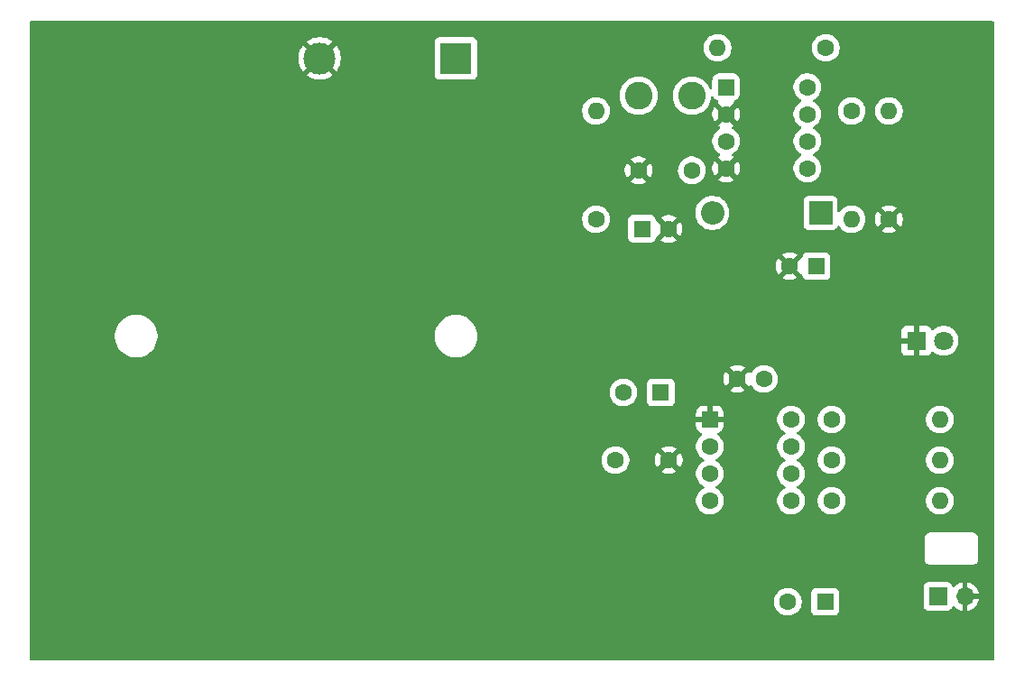
<source format=gbr>
%TF.GenerationSoftware,KiCad,Pcbnew,9.0.0*%
%TF.CreationDate,2025-03-06T18:24:39+01:00*%
%TF.ProjectId,GettingToBlinky,47657474-696e-4675-946f-426c696e6b79,rev?*%
%TF.SameCoordinates,Original*%
%TF.FileFunction,Copper,L2,Bot*%
%TF.FilePolarity,Positive*%
%FSLAX46Y46*%
G04 Gerber Fmt 4.6, Leading zero omitted, Abs format (unit mm)*
G04 Created by KiCad (PCBNEW 9.0.0) date 2025-03-06 18:24:39*
%MOMM*%
%LPD*%
G01*
G04 APERTURE LIST*
G04 Aperture macros list*
%AMRoundRect*
0 Rectangle with rounded corners*
0 $1 Rounding radius*
0 $2 $3 $4 $5 $6 $7 $8 $9 X,Y pos of 4 corners*
0 Add a 4 corners polygon primitive as box body*
4,1,4,$2,$3,$4,$5,$6,$7,$8,$9,$2,$3,0*
0 Add four circle primitives for the rounded corners*
1,1,$1+$1,$2,$3*
1,1,$1+$1,$4,$5*
1,1,$1+$1,$6,$7*
1,1,$1+$1,$8,$9*
0 Add four rect primitives between the rounded corners*
20,1,$1+$1,$2,$3,$4,$5,0*
20,1,$1+$1,$4,$5,$6,$7,0*
20,1,$1+$1,$6,$7,$8,$9,0*
20,1,$1+$1,$8,$9,$2,$3,0*%
G04 Aperture macros list end*
%TA.AperFunction,ComponentPad*%
%ADD10C,2.600000*%
%TD*%
%TA.AperFunction,ComponentPad*%
%ADD11R,1.600000X1.600000*%
%TD*%
%TA.AperFunction,ComponentPad*%
%ADD12C,1.600000*%
%TD*%
%TA.AperFunction,ComponentPad*%
%ADD13O,1.600000X1.600000*%
%TD*%
%TA.AperFunction,ComponentPad*%
%ADD14R,1.700000X1.700000*%
%TD*%
%TA.AperFunction,ComponentPad*%
%ADD15O,1.700000X1.700000*%
%TD*%
%TA.AperFunction,ComponentPad*%
%ADD16R,3.000000X3.000000*%
%TD*%
%TA.AperFunction,ComponentPad*%
%ADD17C,3.000000*%
%TD*%
%TA.AperFunction,ComponentPad*%
%ADD18RoundRect,0.250000X-0.550000X-0.550000X0.550000X-0.550000X0.550000X0.550000X-0.550000X0.550000X0*%
%TD*%
%TA.AperFunction,ComponentPad*%
%ADD19R,2.200000X2.200000*%
%TD*%
%TA.AperFunction,ComponentPad*%
%ADD20O,2.200000X2.200000*%
%TD*%
%TA.AperFunction,ComponentPad*%
%ADD21R,1.800000X1.800000*%
%TD*%
%TA.AperFunction,ComponentPad*%
%ADD22C,1.800000*%
%TD*%
%TA.AperFunction,ViaPad*%
%ADD23C,1.000000*%
%TD*%
G04 APERTURE END LIST*
D10*
%TO.P,L1,1,1*%
%TO.N,Net-(U1-Ipk)*%
X140637500Y-89000000D03*
%TO.P,L1,2,2*%
%TO.N,Net-(D1-A)*%
X145637500Y-89000000D03*
%TD*%
D11*
%TO.P,C7,1*%
%TO.N,Net-(J1-Pin_1)*%
X158152651Y-136500000D03*
D12*
%TO.P,C7,2*%
%TO.N,Net-(JP2-A)*%
X154652651Y-136500000D03*
%TD*%
%TO.P,Rsc1,1*%
%TO.N,+BATT*%
X136637500Y-100580000D03*
D13*
%TO.P,Rsc1,2*%
%TO.N,Net-(U1-Ipk)*%
X136637500Y-90420000D03*
%TD*%
D14*
%TO.P,J1,1,Pin_1*%
%TO.N,Net-(J1-Pin_1)*%
X168725000Y-136000000D03*
D15*
%TO.P,J1,2,Pin_2*%
%TO.N,GND*%
X171265000Y-136000000D03*
%TD*%
D11*
%TO.P,C2,1*%
%TO.N,VCC*%
X157319880Y-105000000D03*
D12*
%TO.P,C2,2*%
%TO.N,GND*%
X154819880Y-105000000D03*
%TD*%
D16*
%TO.P,BT1,1,+*%
%TO.N,+BATT*%
X123500000Y-85500000D03*
D17*
%TO.P,BT1,2,-*%
%TO.N,GND*%
X110700000Y-85500000D03*
%TD*%
D12*
%TO.P,C5,1*%
%TO.N,Net-(JP1-B)*%
X138470000Y-123190000D03*
%TO.P,C5,2*%
%TO.N,GND*%
X143470000Y-123190000D03*
%TD*%
%TO.P,R5,1*%
%TO.N,/Disch*%
X158750000Y-123190000D03*
D13*
%TO.P,R5,2*%
%TO.N,Net-(U2-THR)*%
X168910000Y-123190000D03*
%TD*%
D18*
%TO.P,U2,1,GND*%
%TO.N,GND*%
X147325000Y-119380000D03*
D12*
%TO.P,U2,2,TR*%
%TO.N,Net-(U2-THR)*%
X147325000Y-121920000D03*
%TO.P,U2,3,Q*%
%TO.N,Net-(JP2-B)*%
X147325000Y-124460000D03*
%TO.P,U2,4,R*%
%TO.N,VCC*%
X147325000Y-127000000D03*
%TO.P,U2,5,CV*%
%TO.N,unconnected-(U2-CV-Pad5)*%
X154945000Y-127000000D03*
%TO.P,U2,6,THR*%
%TO.N,Net-(U2-THR)*%
X154945000Y-124460000D03*
%TO.P,U2,7,DIS*%
%TO.N,/Disch*%
X154945000Y-121920000D03*
%TO.P,U2,8,VCC*%
%TO.N,VCC*%
X154945000Y-119380000D03*
%TD*%
%TO.P,R1,1*%
%TO.N,Net-(U1-DC)*%
X158217500Y-84500000D03*
D13*
%TO.P,R1,2*%
%TO.N,Net-(U1-Ipk)*%
X148057500Y-84500000D03*
%TD*%
D11*
%TO.P,C4,1*%
%TO.N,Net-(U2-THR)*%
X142720000Y-116840000D03*
D12*
%TO.P,C4,2*%
%TO.N,Net-(JP1-B)*%
X139220000Y-116840000D03*
%TD*%
%TO.P,R2,1*%
%TO.N,Net-(U1-Vfb)*%
X160637500Y-90420000D03*
D13*
%TO.P,R2,2*%
%TO.N,VCC*%
X160637500Y-100580000D03*
%TD*%
D11*
%TO.P,C1,1*%
%TO.N,+BATT*%
X140955121Y-101500000D03*
D12*
%TO.P,C1,2*%
%TO.N,GND*%
X143455121Y-101500000D03*
%TD*%
D18*
%TO.P,U1,1,SwC*%
%TO.N,Net-(D1-A)*%
X148855000Y-88190000D03*
D12*
%TO.P,U1,2,SwE*%
%TO.N,GND*%
X148855000Y-90730000D03*
%TO.P,U1,3,TC*%
%TO.N,Net-(U1-TC)*%
X148855000Y-93270000D03*
%TO.P,U1,4,GND*%
%TO.N,GND*%
X148855000Y-95810000D03*
%TO.P,U1,5,Vfb*%
%TO.N,Net-(U1-Vfb)*%
X156475000Y-95810000D03*
%TO.P,U1,6,Vin*%
%TO.N,+BATT*%
X156475000Y-93270000D03*
%TO.P,U1,7,Ipk*%
%TO.N,Net-(U1-Ipk)*%
X156475000Y-90730000D03*
%TO.P,U1,8,DC*%
%TO.N,Net-(U1-DC)*%
X156475000Y-88190000D03*
%TD*%
%TO.P,R4,1*%
%TO.N,/Disch*%
X158750000Y-119380000D03*
D13*
%TO.P,R4,2*%
%TO.N,VCC*%
X168910000Y-119380000D03*
%TD*%
D12*
%TO.P,C6,1*%
%TO.N,VCC*%
X152400000Y-115570000D03*
%TO.P,C6,2*%
%TO.N,GND*%
X149900000Y-115570000D03*
%TD*%
%TO.P,Ct1,1*%
%TO.N,Net-(U1-TC)*%
X145637500Y-96000000D03*
%TO.P,Ct1,2*%
%TO.N,GND*%
X140637500Y-96000000D03*
%TD*%
%TO.P,R3,1*%
%TO.N,GND*%
X164137500Y-100580000D03*
D13*
%TO.P,R3,2*%
%TO.N,Net-(U1-Vfb)*%
X164137500Y-90420000D03*
%TD*%
D19*
%TO.P,D1,1,K*%
%TO.N,VCC*%
X157717500Y-100000000D03*
D20*
%TO.P,D1,2,A*%
%TO.N,Net-(D1-A)*%
X147557500Y-100000000D03*
%TD*%
D21*
%TO.P,D2,1,K*%
%TO.N,GND*%
X166725000Y-112000000D03*
D22*
%TO.P,D2,2,A*%
%TO.N,Net-(D2-A)*%
X169265000Y-112000000D03*
%TD*%
D12*
%TO.P,R6,1*%
%TO.N,Net-(JP2-B)*%
X158750000Y-127000000D03*
D13*
%TO.P,R6,2*%
%TO.N,Net-(D2-A)*%
X168910000Y-127000000D03*
%TD*%
D23*
%TO.N,GND*%
X164000000Y-123000000D03*
X159000000Y-103500000D03*
X164000000Y-119500000D03*
X164000000Y-127000000D03*
X151000000Y-123500000D03*
X157000000Y-120500000D03*
X140000000Y-135500000D03*
%TD*%
%TA.AperFunction,Conductor*%
%TO.N,GND*%
G36*
X173942539Y-82020185D02*
G01*
X173988294Y-82072989D01*
X173999500Y-82124500D01*
X173999500Y-141875500D01*
X173979815Y-141942539D01*
X173927011Y-141988294D01*
X173875500Y-141999500D01*
X83624500Y-141999500D01*
X83557461Y-141979815D01*
X83511706Y-141927011D01*
X83500500Y-141875500D01*
X83500500Y-136397648D01*
X153352151Y-136397648D01*
X153352151Y-136602351D01*
X153384173Y-136804534D01*
X153447432Y-136999223D01*
X153540366Y-137181613D01*
X153660679Y-137347213D01*
X153805437Y-137491971D01*
X153960400Y-137604556D01*
X153971041Y-137612287D01*
X154059863Y-137657544D01*
X154153427Y-137705218D01*
X154153429Y-137705218D01*
X154153432Y-137705220D01*
X154257788Y-137739127D01*
X154348116Y-137768477D01*
X154449208Y-137784488D01*
X154550299Y-137800500D01*
X154550300Y-137800500D01*
X154755002Y-137800500D01*
X154755003Y-137800500D01*
X154957185Y-137768477D01*
X155151870Y-137705220D01*
X155334261Y-137612287D01*
X155430552Y-137542328D01*
X155499864Y-137491971D01*
X155499866Y-137491968D01*
X155499870Y-137491966D01*
X155644617Y-137347219D01*
X155644619Y-137347215D01*
X155644622Y-137347213D01*
X155697383Y-137274590D01*
X155764938Y-137181610D01*
X155857871Y-136999219D01*
X155921128Y-136804534D01*
X155953151Y-136602352D01*
X155953151Y-136397648D01*
X155921128Y-136195465D01*
X155857869Y-136000776D01*
X155764938Y-135818390D01*
X155694683Y-135721691D01*
X155694682Y-135721688D01*
X155644622Y-135652787D01*
X155644618Y-135652782D01*
X155643971Y-135652135D01*
X156852151Y-135652135D01*
X156852151Y-137347870D01*
X156852152Y-137347876D01*
X156858559Y-137407483D01*
X156908853Y-137542328D01*
X156908857Y-137542335D01*
X156995103Y-137657544D01*
X156995106Y-137657547D01*
X157110315Y-137743793D01*
X157110322Y-137743797D01*
X157245168Y-137794091D01*
X157245167Y-137794091D01*
X157252095Y-137794835D01*
X157304778Y-137800500D01*
X159000523Y-137800499D01*
X159060134Y-137794091D01*
X159194982Y-137743796D01*
X159310197Y-137657546D01*
X159396447Y-137542331D01*
X159446742Y-137407483D01*
X159453151Y-137347873D01*
X159453150Y-135652128D01*
X159446742Y-135592517D01*
X159412235Y-135500000D01*
X159396448Y-135457671D01*
X159396444Y-135457664D01*
X159310198Y-135342455D01*
X159310195Y-135342452D01*
X159194986Y-135256206D01*
X159194979Y-135256202D01*
X159084477Y-135214988D01*
X159060133Y-135205908D01*
X159060134Y-135205908D01*
X159000534Y-135199501D01*
X159000532Y-135199500D01*
X159000524Y-135199500D01*
X159000515Y-135199500D01*
X157304780Y-135199500D01*
X157304774Y-135199501D01*
X157245167Y-135205908D01*
X157110322Y-135256202D01*
X157110315Y-135256206D01*
X156995106Y-135342452D01*
X156995103Y-135342455D01*
X156908857Y-135457664D01*
X156908853Y-135457671D01*
X156858559Y-135592517D01*
X156852152Y-135652116D01*
X156852152Y-135652123D01*
X156852151Y-135652135D01*
X155643971Y-135652135D01*
X155499864Y-135508028D01*
X155334264Y-135387715D01*
X155334263Y-135387714D01*
X155334261Y-135387713D01*
X155277304Y-135358691D01*
X155151874Y-135294781D01*
X154957185Y-135231522D01*
X154782646Y-135203878D01*
X154755003Y-135199500D01*
X154550299Y-135199500D01*
X154525980Y-135203351D01*
X154348116Y-135231522D01*
X154153427Y-135294781D01*
X153971037Y-135387715D01*
X153805437Y-135508028D01*
X153660679Y-135652786D01*
X153540366Y-135818386D01*
X153447432Y-136000776D01*
X153384173Y-136195465D01*
X153352151Y-136397648D01*
X83500500Y-136397648D01*
X83500500Y-135102135D01*
X167374500Y-135102135D01*
X167374500Y-136897870D01*
X167374501Y-136897876D01*
X167380908Y-136957483D01*
X167431202Y-137092328D01*
X167431206Y-137092335D01*
X167517452Y-137207544D01*
X167517455Y-137207547D01*
X167632664Y-137293793D01*
X167632671Y-137293797D01*
X167767517Y-137344091D01*
X167767516Y-137344091D01*
X167774444Y-137344835D01*
X167827127Y-137350500D01*
X169622872Y-137350499D01*
X169682483Y-137344091D01*
X169817331Y-137293796D01*
X169932546Y-137207546D01*
X170018796Y-137092331D01*
X170068002Y-136960401D01*
X170109872Y-136904468D01*
X170175337Y-136880050D01*
X170243610Y-136894901D01*
X170271865Y-136916053D01*
X170385535Y-137029723D01*
X170385540Y-137029727D01*
X170557442Y-137154620D01*
X170746782Y-137251095D01*
X170948871Y-137316757D01*
X171015000Y-137327231D01*
X171015000Y-136433012D01*
X171072007Y-136465925D01*
X171199174Y-136500000D01*
X171330826Y-136500000D01*
X171457993Y-136465925D01*
X171515000Y-136433012D01*
X171515000Y-137327230D01*
X171581126Y-137316757D01*
X171581129Y-137316757D01*
X171783217Y-137251095D01*
X171972557Y-137154620D01*
X172144459Y-137029727D01*
X172144464Y-137029723D01*
X172294723Y-136879464D01*
X172294727Y-136879459D01*
X172419620Y-136707557D01*
X172516095Y-136518217D01*
X172581757Y-136316129D01*
X172581757Y-136316126D01*
X172592231Y-136250000D01*
X171698012Y-136250000D01*
X171730925Y-136192993D01*
X171765000Y-136065826D01*
X171765000Y-135934174D01*
X171730925Y-135807007D01*
X171698012Y-135750000D01*
X172592231Y-135750000D01*
X172581757Y-135683873D01*
X172581757Y-135683870D01*
X172516095Y-135481782D01*
X172419620Y-135292442D01*
X172294727Y-135120540D01*
X172294723Y-135120535D01*
X172144464Y-134970276D01*
X172144459Y-134970272D01*
X171972557Y-134845379D01*
X171783215Y-134748903D01*
X171581124Y-134683241D01*
X171515000Y-134672768D01*
X171515000Y-135566988D01*
X171457993Y-135534075D01*
X171330826Y-135500000D01*
X171199174Y-135500000D01*
X171072007Y-135534075D01*
X171015000Y-135566988D01*
X171015000Y-134672768D01*
X171014999Y-134672768D01*
X170948875Y-134683241D01*
X170746784Y-134748903D01*
X170557442Y-134845379D01*
X170385541Y-134970271D01*
X170271865Y-135083947D01*
X170210542Y-135117431D01*
X170140850Y-135112447D01*
X170084917Y-135070575D01*
X170068002Y-135039598D01*
X170018797Y-134907671D01*
X170018793Y-134907664D01*
X169932547Y-134792455D01*
X169932544Y-134792452D01*
X169817335Y-134706206D01*
X169817328Y-134706202D01*
X169682482Y-134655908D01*
X169682483Y-134655908D01*
X169622883Y-134649501D01*
X169622881Y-134649500D01*
X169622873Y-134649500D01*
X169622864Y-134649500D01*
X167827129Y-134649500D01*
X167827123Y-134649501D01*
X167767516Y-134655908D01*
X167632671Y-134706202D01*
X167632664Y-134706206D01*
X167517455Y-134792452D01*
X167517452Y-134792455D01*
X167431206Y-134907664D01*
X167431202Y-134907671D01*
X167380908Y-135042517D01*
X167374501Y-135102116D01*
X167374500Y-135102135D01*
X83500500Y-135102135D01*
X83500500Y-130434108D01*
X167499500Y-130434108D01*
X167499500Y-132565891D01*
X167533608Y-132693187D01*
X167566554Y-132750250D01*
X167599500Y-132807314D01*
X167692686Y-132900500D01*
X167806814Y-132966392D01*
X167934108Y-133000500D01*
X167934110Y-133000500D01*
X172065890Y-133000500D01*
X172065892Y-133000500D01*
X172193186Y-132966392D01*
X172307314Y-132900500D01*
X172400500Y-132807314D01*
X172466392Y-132693186D01*
X172500500Y-132565892D01*
X172500500Y-130434108D01*
X172466392Y-130306814D01*
X172400500Y-130192686D01*
X172307314Y-130099500D01*
X172250250Y-130066554D01*
X172193187Y-130033608D01*
X172129539Y-130016554D01*
X172065892Y-129999500D01*
X168065892Y-129999500D01*
X167934108Y-129999500D01*
X167806812Y-130033608D01*
X167692686Y-130099500D01*
X167692683Y-130099502D01*
X167599502Y-130192683D01*
X167599500Y-130192686D01*
X167533608Y-130306812D01*
X167499500Y-130434108D01*
X83500500Y-130434108D01*
X83500500Y-123292349D01*
X137169499Y-123292349D01*
X137201522Y-123494534D01*
X137264781Y-123689223D01*
X137310213Y-123778386D01*
X137357585Y-123871359D01*
X137357715Y-123871613D01*
X137478028Y-124037213D01*
X137622786Y-124181971D01*
X137743226Y-124269474D01*
X137788390Y-124302287D01*
X137897042Y-124357648D01*
X137970776Y-124395218D01*
X137970778Y-124395218D01*
X137970781Y-124395220D01*
X138075137Y-124429127D01*
X138165465Y-124458477D01*
X138266557Y-124474488D01*
X138367648Y-124490500D01*
X138367649Y-124490500D01*
X138572351Y-124490500D01*
X138572352Y-124490500D01*
X138774534Y-124458477D01*
X138969219Y-124395220D01*
X139151610Y-124302287D01*
X139244590Y-124234732D01*
X139317213Y-124181971D01*
X139317215Y-124181968D01*
X139317219Y-124181966D01*
X139461966Y-124037219D01*
X139461968Y-124037215D01*
X139461971Y-124037213D01*
X139517505Y-123960776D01*
X139582287Y-123871610D01*
X139675220Y-123689219D01*
X139738477Y-123494534D01*
X139770500Y-123292352D01*
X139770500Y-123087682D01*
X142170000Y-123087682D01*
X142170000Y-123292317D01*
X142202009Y-123494417D01*
X142265244Y-123689031D01*
X142358141Y-123871350D01*
X142358147Y-123871359D01*
X142390523Y-123915921D01*
X142390524Y-123915922D01*
X143070000Y-123236446D01*
X143070000Y-123242661D01*
X143097259Y-123344394D01*
X143149920Y-123435606D01*
X143224394Y-123510080D01*
X143315606Y-123562741D01*
X143417339Y-123590000D01*
X143423553Y-123590000D01*
X142744076Y-124269474D01*
X142788650Y-124301859D01*
X142970968Y-124394755D01*
X143165582Y-124457990D01*
X143367683Y-124490000D01*
X143572317Y-124490000D01*
X143774417Y-124457990D01*
X143969031Y-124394755D01*
X144151349Y-124301859D01*
X144195921Y-124269474D01*
X143516447Y-123590000D01*
X143522661Y-123590000D01*
X143624394Y-123562741D01*
X143715606Y-123510080D01*
X143790080Y-123435606D01*
X143842741Y-123344394D01*
X143870000Y-123242661D01*
X143870000Y-123236447D01*
X144549474Y-123915921D01*
X144581859Y-123871349D01*
X144674755Y-123689031D01*
X144737990Y-123494417D01*
X144770000Y-123292317D01*
X144770000Y-123087682D01*
X144737990Y-122885582D01*
X144674755Y-122690968D01*
X144581859Y-122508650D01*
X144549474Y-122464077D01*
X144549474Y-122464076D01*
X143870000Y-123143551D01*
X143870000Y-123137339D01*
X143842741Y-123035606D01*
X143790080Y-122944394D01*
X143715606Y-122869920D01*
X143624394Y-122817259D01*
X143522661Y-122790000D01*
X143516446Y-122790000D01*
X144195922Y-122110524D01*
X144195921Y-122110523D01*
X144151359Y-122078147D01*
X144151350Y-122078141D01*
X143969031Y-121985244D01*
X143801184Y-121930707D01*
X143774417Y-121922009D01*
X143572317Y-121890000D01*
X143367683Y-121890000D01*
X143165582Y-121922009D01*
X142970968Y-121985244D01*
X142788644Y-122078143D01*
X142744077Y-122110523D01*
X142744077Y-122110524D01*
X143423554Y-122790000D01*
X143417339Y-122790000D01*
X143315606Y-122817259D01*
X143224394Y-122869920D01*
X143149920Y-122944394D01*
X143097259Y-123035606D01*
X143070000Y-123137339D01*
X143070000Y-123143553D01*
X142390524Y-122464077D01*
X142390523Y-122464077D01*
X142358143Y-122508644D01*
X142265244Y-122690968D01*
X142202009Y-122885582D01*
X142170000Y-123087682D01*
X139770500Y-123087682D01*
X139770500Y-123087648D01*
X139753344Y-122979330D01*
X139738477Y-122885465D01*
X139700054Y-122767213D01*
X139675220Y-122690781D01*
X139675218Y-122690778D01*
X139675218Y-122690776D01*
X139641503Y-122624607D01*
X139582287Y-122508390D01*
X139550092Y-122464077D01*
X139461971Y-122342786D01*
X139317213Y-122198028D01*
X139151613Y-122077715D01*
X139151612Y-122077714D01*
X139151610Y-122077713D01*
X139094653Y-122048691D01*
X138969223Y-121984781D01*
X138774534Y-121921522D01*
X138599995Y-121893878D01*
X138572352Y-121889500D01*
X138367648Y-121889500D01*
X138343329Y-121893351D01*
X138165465Y-121921522D01*
X137970776Y-121984781D01*
X137788386Y-122077715D01*
X137622786Y-122198028D01*
X137478028Y-122342786D01*
X137357715Y-122508386D01*
X137264781Y-122690776D01*
X137201522Y-122885465D01*
X137169500Y-123087648D01*
X137169500Y-123292349D01*
X137169499Y-123292349D01*
X83500500Y-123292349D01*
X83500500Y-121817648D01*
X146024500Y-121817648D01*
X146024500Y-122022351D01*
X146056522Y-122224534D01*
X146119781Y-122419223D01*
X146212715Y-122601613D01*
X146333028Y-122767213D01*
X146477786Y-122911971D01*
X146570500Y-122979330D01*
X146643390Y-123032287D01*
X146734840Y-123078883D01*
X146736080Y-123079515D01*
X146786876Y-123127490D01*
X146803671Y-123195311D01*
X146781134Y-123261446D01*
X146736080Y-123300485D01*
X146643386Y-123347715D01*
X146477786Y-123468028D01*
X146333028Y-123612786D01*
X146212715Y-123778386D01*
X146119781Y-123960776D01*
X146056522Y-124155465D01*
X146024500Y-124357648D01*
X146024500Y-124562351D01*
X146056522Y-124764534D01*
X146119781Y-124959223D01*
X146212715Y-125141613D01*
X146333028Y-125307213D01*
X146477786Y-125451971D01*
X146632749Y-125564556D01*
X146643390Y-125572287D01*
X146734840Y-125618883D01*
X146736080Y-125619515D01*
X146786876Y-125667490D01*
X146803671Y-125735311D01*
X146781134Y-125801446D01*
X146736080Y-125840485D01*
X146643386Y-125887715D01*
X146477786Y-126008028D01*
X146333028Y-126152786D01*
X146212715Y-126318386D01*
X146119781Y-126500776D01*
X146056522Y-126695465D01*
X146024500Y-126897648D01*
X146024500Y-127102351D01*
X146056522Y-127304534D01*
X146119781Y-127499223D01*
X146212715Y-127681613D01*
X146333028Y-127847213D01*
X146477786Y-127991971D01*
X146632749Y-128104556D01*
X146643390Y-128112287D01*
X146759607Y-128171503D01*
X146825776Y-128205218D01*
X146825778Y-128205218D01*
X146825781Y-128205220D01*
X146930137Y-128239127D01*
X147020465Y-128268477D01*
X147121557Y-128284488D01*
X147222648Y-128300500D01*
X147222649Y-128300500D01*
X147427351Y-128300500D01*
X147427352Y-128300500D01*
X147629534Y-128268477D01*
X147824219Y-128205220D01*
X148006610Y-128112287D01*
X148099590Y-128044732D01*
X148172213Y-127991971D01*
X148172215Y-127991968D01*
X148172219Y-127991966D01*
X148316966Y-127847219D01*
X148316968Y-127847215D01*
X148316971Y-127847213D01*
X148369732Y-127774590D01*
X148437287Y-127681610D01*
X148530220Y-127499219D01*
X148593477Y-127304534D01*
X148625500Y-127102352D01*
X148625500Y-126897648D01*
X148593477Y-126695466D01*
X148530220Y-126500781D01*
X148530218Y-126500778D01*
X148530218Y-126500776D01*
X148496503Y-126434607D01*
X148437287Y-126318390D01*
X148429556Y-126307749D01*
X148316971Y-126152786D01*
X148172213Y-126008028D01*
X148006614Y-125887715D01*
X148000006Y-125884348D01*
X147913917Y-125840483D01*
X147863123Y-125792511D01*
X147846328Y-125724690D01*
X147868865Y-125658555D01*
X147913917Y-125619516D01*
X148006610Y-125572287D01*
X148027770Y-125556913D01*
X148172213Y-125451971D01*
X148172215Y-125451968D01*
X148172219Y-125451966D01*
X148316966Y-125307219D01*
X148316968Y-125307215D01*
X148316971Y-125307213D01*
X148369732Y-125234590D01*
X148437287Y-125141610D01*
X148530220Y-124959219D01*
X148593477Y-124764534D01*
X148625500Y-124562352D01*
X148625500Y-124357648D01*
X148597675Y-124181971D01*
X148593477Y-124155465D01*
X148555056Y-124037219D01*
X148530220Y-123960781D01*
X148530218Y-123960778D01*
X148530218Y-123960776D01*
X148496503Y-123894607D01*
X148437287Y-123778390D01*
X148429556Y-123767749D01*
X148316971Y-123612786D01*
X148172213Y-123468028D01*
X148006614Y-123347715D01*
X148000006Y-123344348D01*
X147913917Y-123300483D01*
X147863123Y-123252511D01*
X147846328Y-123184690D01*
X147868865Y-123118555D01*
X147913917Y-123079516D01*
X148006610Y-123032287D01*
X148079500Y-122979330D01*
X148172213Y-122911971D01*
X148172215Y-122911968D01*
X148172219Y-122911966D01*
X148316966Y-122767219D01*
X148316968Y-122767215D01*
X148316971Y-122767213D01*
X148372505Y-122690776D01*
X148437287Y-122601610D01*
X148530220Y-122419219D01*
X148593477Y-122224534D01*
X148625500Y-122022352D01*
X148625500Y-121817648D01*
X148593477Y-121615466D01*
X148530220Y-121420781D01*
X148530218Y-121420778D01*
X148530218Y-121420776D01*
X148496503Y-121354607D01*
X148437287Y-121238390D01*
X148429556Y-121227749D01*
X148316971Y-121072786D01*
X148172217Y-120928032D01*
X148172212Y-120928028D01*
X148078051Y-120859616D01*
X148035385Y-120804286D01*
X148029406Y-120734673D01*
X148062012Y-120672878D01*
X148111933Y-120641592D01*
X148194117Y-120614359D01*
X148194124Y-120614356D01*
X148343345Y-120522315D01*
X148467315Y-120398345D01*
X148559356Y-120249124D01*
X148559358Y-120249119D01*
X148614505Y-120082697D01*
X148614506Y-120082690D01*
X148624999Y-119979986D01*
X148625000Y-119979973D01*
X148625000Y-119630000D01*
X147640686Y-119630000D01*
X147645080Y-119625606D01*
X147697741Y-119534394D01*
X147725000Y-119432661D01*
X147725000Y-119327339D01*
X147711685Y-119277648D01*
X153644500Y-119277648D01*
X153644500Y-119482351D01*
X153676522Y-119684534D01*
X153739781Y-119879223D01*
X153832715Y-120061613D01*
X153953028Y-120227213D01*
X154097786Y-120371971D01*
X154252749Y-120484556D01*
X154263390Y-120492287D01*
X154354840Y-120538883D01*
X154356080Y-120539515D01*
X154406876Y-120587490D01*
X154423671Y-120655311D01*
X154401134Y-120721446D01*
X154356080Y-120760485D01*
X154263386Y-120807715D01*
X154097786Y-120928028D01*
X153953028Y-121072786D01*
X153832715Y-121238386D01*
X153739781Y-121420776D01*
X153676522Y-121615465D01*
X153644500Y-121817648D01*
X153644500Y-122022351D01*
X153676522Y-122224534D01*
X153739781Y-122419223D01*
X153832715Y-122601613D01*
X153953028Y-122767213D01*
X154097786Y-122911971D01*
X154190500Y-122979330D01*
X154263390Y-123032287D01*
X154354840Y-123078883D01*
X154356080Y-123079515D01*
X154406876Y-123127490D01*
X154423671Y-123195311D01*
X154401134Y-123261446D01*
X154356080Y-123300485D01*
X154263386Y-123347715D01*
X154097786Y-123468028D01*
X153953028Y-123612786D01*
X153832715Y-123778386D01*
X153739781Y-123960776D01*
X153676522Y-124155465D01*
X153644500Y-124357648D01*
X153644500Y-124562351D01*
X153676522Y-124764534D01*
X153739781Y-124959223D01*
X153832715Y-125141613D01*
X153953028Y-125307213D01*
X154097786Y-125451971D01*
X154252749Y-125564556D01*
X154263390Y-125572287D01*
X154354840Y-125618883D01*
X154356080Y-125619515D01*
X154406876Y-125667490D01*
X154423671Y-125735311D01*
X154401134Y-125801446D01*
X154356080Y-125840485D01*
X154263386Y-125887715D01*
X154097786Y-126008028D01*
X153953028Y-126152786D01*
X153832715Y-126318386D01*
X153739781Y-126500776D01*
X153676522Y-126695465D01*
X153644500Y-126897648D01*
X153644500Y-127102351D01*
X153676522Y-127304534D01*
X153739781Y-127499223D01*
X153832715Y-127681613D01*
X153953028Y-127847213D01*
X154097786Y-127991971D01*
X154252749Y-128104556D01*
X154263390Y-128112287D01*
X154379607Y-128171503D01*
X154445776Y-128205218D01*
X154445778Y-128205218D01*
X154445781Y-128205220D01*
X154550137Y-128239127D01*
X154640465Y-128268477D01*
X154741557Y-128284488D01*
X154842648Y-128300500D01*
X154842649Y-128300500D01*
X155047351Y-128300500D01*
X155047352Y-128300500D01*
X155249534Y-128268477D01*
X155444219Y-128205220D01*
X155626610Y-128112287D01*
X155719590Y-128044732D01*
X155792213Y-127991971D01*
X155792215Y-127991968D01*
X155792219Y-127991966D01*
X155936966Y-127847219D01*
X155936968Y-127847215D01*
X155936971Y-127847213D01*
X155989732Y-127774590D01*
X156057287Y-127681610D01*
X156150220Y-127499219D01*
X156213477Y-127304534D01*
X156245500Y-127102352D01*
X156245500Y-126897648D01*
X157449500Y-126897648D01*
X157449500Y-127102351D01*
X157481522Y-127304534D01*
X157544781Y-127499223D01*
X157637715Y-127681613D01*
X157758028Y-127847213D01*
X157902786Y-127991971D01*
X158057749Y-128104556D01*
X158068390Y-128112287D01*
X158184607Y-128171503D01*
X158250776Y-128205218D01*
X158250778Y-128205218D01*
X158250781Y-128205220D01*
X158355137Y-128239127D01*
X158445465Y-128268477D01*
X158546557Y-128284488D01*
X158647648Y-128300500D01*
X158647649Y-128300500D01*
X158852351Y-128300500D01*
X158852352Y-128300500D01*
X159054534Y-128268477D01*
X159249219Y-128205220D01*
X159431610Y-128112287D01*
X159524590Y-128044732D01*
X159597213Y-127991971D01*
X159597215Y-127991968D01*
X159597219Y-127991966D01*
X159741966Y-127847219D01*
X159741968Y-127847215D01*
X159741971Y-127847213D01*
X159794732Y-127774590D01*
X159862287Y-127681610D01*
X159955220Y-127499219D01*
X160018477Y-127304534D01*
X160050500Y-127102352D01*
X160050500Y-126897648D01*
X167609500Y-126897648D01*
X167609500Y-127102351D01*
X167641522Y-127304534D01*
X167704781Y-127499223D01*
X167797715Y-127681613D01*
X167918028Y-127847213D01*
X168062786Y-127991971D01*
X168217749Y-128104556D01*
X168228390Y-128112287D01*
X168344607Y-128171503D01*
X168410776Y-128205218D01*
X168410778Y-128205218D01*
X168410781Y-128205220D01*
X168515137Y-128239127D01*
X168605465Y-128268477D01*
X168706557Y-128284488D01*
X168807648Y-128300500D01*
X168807649Y-128300500D01*
X169012351Y-128300500D01*
X169012352Y-128300500D01*
X169214534Y-128268477D01*
X169409219Y-128205220D01*
X169591610Y-128112287D01*
X169684590Y-128044732D01*
X169757213Y-127991971D01*
X169757215Y-127991968D01*
X169757219Y-127991966D01*
X169901966Y-127847219D01*
X169901968Y-127847215D01*
X169901971Y-127847213D01*
X169954732Y-127774590D01*
X170022287Y-127681610D01*
X170115220Y-127499219D01*
X170178477Y-127304534D01*
X170210500Y-127102352D01*
X170210500Y-126897648D01*
X170178477Y-126695466D01*
X170115220Y-126500781D01*
X170115218Y-126500778D01*
X170115218Y-126500776D01*
X170081503Y-126434607D01*
X170022287Y-126318390D01*
X170014556Y-126307749D01*
X169901971Y-126152786D01*
X169757213Y-126008028D01*
X169591613Y-125887715D01*
X169591612Y-125887714D01*
X169591610Y-125887713D01*
X169534653Y-125858691D01*
X169409223Y-125794781D01*
X169214534Y-125731522D01*
X169039995Y-125703878D01*
X169012352Y-125699500D01*
X168807648Y-125699500D01*
X168783329Y-125703351D01*
X168605465Y-125731522D01*
X168410776Y-125794781D01*
X168228386Y-125887715D01*
X168062786Y-126008028D01*
X167918028Y-126152786D01*
X167797715Y-126318386D01*
X167704781Y-126500776D01*
X167641522Y-126695465D01*
X167609500Y-126897648D01*
X160050500Y-126897648D01*
X160018477Y-126695466D01*
X159955220Y-126500781D01*
X159955218Y-126500778D01*
X159955218Y-126500776D01*
X159921503Y-126434607D01*
X159862287Y-126318390D01*
X159854556Y-126307749D01*
X159741971Y-126152786D01*
X159597213Y-126008028D01*
X159431613Y-125887715D01*
X159431612Y-125887714D01*
X159431610Y-125887713D01*
X159374653Y-125858691D01*
X159249223Y-125794781D01*
X159054534Y-125731522D01*
X158879995Y-125703878D01*
X158852352Y-125699500D01*
X158647648Y-125699500D01*
X158623329Y-125703351D01*
X158445465Y-125731522D01*
X158250776Y-125794781D01*
X158068386Y-125887715D01*
X157902786Y-126008028D01*
X157758028Y-126152786D01*
X157637715Y-126318386D01*
X157544781Y-126500776D01*
X157481522Y-126695465D01*
X157449500Y-126897648D01*
X156245500Y-126897648D01*
X156213477Y-126695466D01*
X156150220Y-126500781D01*
X156150218Y-126500778D01*
X156150218Y-126500776D01*
X156116503Y-126434607D01*
X156057287Y-126318390D01*
X156049556Y-126307749D01*
X155936971Y-126152786D01*
X155792213Y-126008028D01*
X155626614Y-125887715D01*
X155620006Y-125884348D01*
X155533917Y-125840483D01*
X155483123Y-125792511D01*
X155466328Y-125724690D01*
X155488865Y-125658555D01*
X155533917Y-125619516D01*
X155626610Y-125572287D01*
X155647770Y-125556913D01*
X155792213Y-125451971D01*
X155792215Y-125451968D01*
X155792219Y-125451966D01*
X155936966Y-125307219D01*
X155936968Y-125307215D01*
X155936971Y-125307213D01*
X155989732Y-125234590D01*
X156057287Y-125141610D01*
X156150220Y-124959219D01*
X156213477Y-124764534D01*
X156245500Y-124562352D01*
X156245500Y-124357648D01*
X156217675Y-124181971D01*
X156213477Y-124155465D01*
X156175056Y-124037219D01*
X156150220Y-123960781D01*
X156150218Y-123960778D01*
X156150218Y-123960776D01*
X156116503Y-123894607D01*
X156057287Y-123778390D01*
X156049556Y-123767749D01*
X155936971Y-123612786D01*
X155792213Y-123468028D01*
X155626614Y-123347715D01*
X155620006Y-123344348D01*
X155533917Y-123300483D01*
X155527978Y-123294874D01*
X155520209Y-123292349D01*
X157449499Y-123292349D01*
X157481522Y-123494534D01*
X157544781Y-123689223D01*
X157590213Y-123778386D01*
X157637585Y-123871359D01*
X157637715Y-123871613D01*
X157758028Y-124037213D01*
X157902786Y-124181971D01*
X158023226Y-124269474D01*
X158068390Y-124302287D01*
X158177042Y-124357648D01*
X158250776Y-124395218D01*
X158250778Y-124395218D01*
X158250781Y-124395220D01*
X158355137Y-124429127D01*
X158445465Y-124458477D01*
X158546557Y-124474488D01*
X158647648Y-124490500D01*
X158647649Y-124490500D01*
X158852351Y-124490500D01*
X158852352Y-124490500D01*
X159054534Y-124458477D01*
X159249219Y-124395220D01*
X159431610Y-124302287D01*
X159524590Y-124234732D01*
X159597213Y-124181971D01*
X159597215Y-124181968D01*
X159597219Y-124181966D01*
X159741966Y-124037219D01*
X159741968Y-124037215D01*
X159741971Y-124037213D01*
X159797505Y-123960776D01*
X159862287Y-123871610D01*
X159955220Y-123689219D01*
X160018477Y-123494534D01*
X160050500Y-123292352D01*
X160050500Y-123292349D01*
X167609499Y-123292349D01*
X167641522Y-123494534D01*
X167704781Y-123689223D01*
X167750213Y-123778386D01*
X167797585Y-123871359D01*
X167797715Y-123871613D01*
X167918028Y-124037213D01*
X168062786Y-124181971D01*
X168183226Y-124269474D01*
X168228390Y-124302287D01*
X168337042Y-124357648D01*
X168410776Y-124395218D01*
X168410778Y-124395218D01*
X168410781Y-124395220D01*
X168515137Y-124429127D01*
X168605465Y-124458477D01*
X168706557Y-124474488D01*
X168807648Y-124490500D01*
X168807649Y-124490500D01*
X169012351Y-124490500D01*
X169012352Y-124490500D01*
X169214534Y-124458477D01*
X169409219Y-124395220D01*
X169591610Y-124302287D01*
X169684590Y-124234732D01*
X169757213Y-124181971D01*
X169757215Y-124181968D01*
X169757219Y-124181966D01*
X169901966Y-124037219D01*
X169901968Y-124037215D01*
X169901971Y-124037213D01*
X169957505Y-123960776D01*
X170022287Y-123871610D01*
X170115220Y-123689219D01*
X170178477Y-123494534D01*
X170210500Y-123292352D01*
X170210500Y-123087648D01*
X170193344Y-122979330D01*
X170178477Y-122885465D01*
X170140054Y-122767213D01*
X170115220Y-122690781D01*
X170115218Y-122690778D01*
X170115218Y-122690776D01*
X170081503Y-122624607D01*
X170022287Y-122508390D01*
X169990092Y-122464077D01*
X169901971Y-122342786D01*
X169757213Y-122198028D01*
X169591613Y-122077715D01*
X169591612Y-122077714D01*
X169591610Y-122077713D01*
X169534653Y-122048691D01*
X169409223Y-121984781D01*
X169214534Y-121921522D01*
X169039995Y-121893878D01*
X169012352Y-121889500D01*
X168807648Y-121889500D01*
X168783329Y-121893351D01*
X168605465Y-121921522D01*
X168410776Y-121984781D01*
X168228386Y-122077715D01*
X168062786Y-122198028D01*
X167918028Y-122342786D01*
X167797715Y-122508386D01*
X167704781Y-122690776D01*
X167641522Y-122885465D01*
X167609500Y-123087648D01*
X167609500Y-123292349D01*
X167609499Y-123292349D01*
X160050500Y-123292349D01*
X160050500Y-123087648D01*
X160033344Y-122979330D01*
X160018477Y-122885465D01*
X159980054Y-122767213D01*
X159955220Y-122690781D01*
X159955218Y-122690778D01*
X159955218Y-122690776D01*
X159921503Y-122624607D01*
X159862287Y-122508390D01*
X159830092Y-122464077D01*
X159741971Y-122342786D01*
X159597213Y-122198028D01*
X159431613Y-122077715D01*
X159431612Y-122077714D01*
X159431610Y-122077713D01*
X159374653Y-122048691D01*
X159249223Y-121984781D01*
X159054534Y-121921522D01*
X158879995Y-121893878D01*
X158852352Y-121889500D01*
X158647648Y-121889500D01*
X158623329Y-121893351D01*
X158445465Y-121921522D01*
X158250776Y-121984781D01*
X158068386Y-122077715D01*
X157902786Y-122198028D01*
X157758028Y-122342786D01*
X157637715Y-122508386D01*
X157544781Y-122690776D01*
X157481522Y-122885465D01*
X157449500Y-123087648D01*
X157449500Y-123292349D01*
X157449499Y-123292349D01*
X155520209Y-123292349D01*
X155502950Y-123271237D01*
X155483123Y-123252511D01*
X155481158Y-123244579D01*
X155475988Y-123238254D01*
X155472883Y-123211160D01*
X155466328Y-123184690D01*
X155468963Y-123176956D01*
X155468033Y-123168839D01*
X155480068Y-123144369D01*
X155488865Y-123118555D01*
X155496058Y-123111858D01*
X155498870Y-123106142D01*
X155516972Y-123092389D01*
X155526195Y-123083804D01*
X155529976Y-123081524D01*
X155626610Y-123032287D01*
X155792219Y-122911966D01*
X155936966Y-122767219D01*
X155936968Y-122767215D01*
X155936971Y-122767213D01*
X155992505Y-122690776D01*
X156057287Y-122601610D01*
X156150220Y-122419219D01*
X156213477Y-122224534D01*
X156245500Y-122022352D01*
X156245500Y-121817648D01*
X156213477Y-121615466D01*
X156150220Y-121420781D01*
X156150218Y-121420778D01*
X156150218Y-121420776D01*
X156116503Y-121354607D01*
X156057287Y-121238390D01*
X156049556Y-121227749D01*
X155936971Y-121072786D01*
X155792213Y-120928028D01*
X155626614Y-120807715D01*
X155619884Y-120804286D01*
X155533917Y-120760483D01*
X155483123Y-120712511D01*
X155466328Y-120644690D01*
X155488865Y-120578555D01*
X155533917Y-120539516D01*
X155626610Y-120492287D01*
X155647770Y-120476913D01*
X155792213Y-120371971D01*
X155792215Y-120371968D01*
X155792219Y-120371966D01*
X155936966Y-120227219D01*
X155936968Y-120227215D01*
X155936971Y-120227213D01*
X155989732Y-120154590D01*
X156057287Y-120061610D01*
X156150220Y-119879219D01*
X156213477Y-119684534D01*
X156245500Y-119482352D01*
X156245500Y-119277648D01*
X157449500Y-119277648D01*
X157449500Y-119482351D01*
X157481522Y-119684534D01*
X157544781Y-119879223D01*
X157637715Y-120061613D01*
X157758028Y-120227213D01*
X157902786Y-120371971D01*
X158057749Y-120484556D01*
X158068390Y-120492287D01*
X158161080Y-120539515D01*
X158250776Y-120585218D01*
X158250778Y-120585218D01*
X158250781Y-120585220D01*
X158340462Y-120614359D01*
X158445465Y-120648477D01*
X158464697Y-120651523D01*
X158647648Y-120680500D01*
X158647649Y-120680500D01*
X158852351Y-120680500D01*
X158852352Y-120680500D01*
X159054534Y-120648477D01*
X159249219Y-120585220D01*
X159431610Y-120492287D01*
X159524590Y-120424732D01*
X159597213Y-120371971D01*
X159597215Y-120371968D01*
X159597219Y-120371966D01*
X159741966Y-120227219D01*
X159741968Y-120227215D01*
X159741971Y-120227213D01*
X159794732Y-120154590D01*
X159862287Y-120061610D01*
X159955220Y-119879219D01*
X160018477Y-119684534D01*
X160050500Y-119482352D01*
X160050500Y-119277648D01*
X167609500Y-119277648D01*
X167609500Y-119482351D01*
X167641522Y-119684534D01*
X167704781Y-119879223D01*
X167797715Y-120061613D01*
X167918028Y-120227213D01*
X168062786Y-120371971D01*
X168217749Y-120484556D01*
X168228390Y-120492287D01*
X168321080Y-120539515D01*
X168410776Y-120585218D01*
X168410778Y-120585218D01*
X168410781Y-120585220D01*
X168500462Y-120614359D01*
X168605465Y-120648477D01*
X168624697Y-120651523D01*
X168807648Y-120680500D01*
X168807649Y-120680500D01*
X169012351Y-120680500D01*
X169012352Y-120680500D01*
X169214534Y-120648477D01*
X169409219Y-120585220D01*
X169591610Y-120492287D01*
X169684590Y-120424732D01*
X169757213Y-120371971D01*
X169757215Y-120371968D01*
X169757219Y-120371966D01*
X169901966Y-120227219D01*
X169901968Y-120227215D01*
X169901971Y-120227213D01*
X169954732Y-120154590D01*
X170022287Y-120061610D01*
X170115220Y-119879219D01*
X170178477Y-119684534D01*
X170210500Y-119482352D01*
X170210500Y-119277648D01*
X170202257Y-119225606D01*
X170178477Y-119075465D01*
X170115218Y-118880776D01*
X170081503Y-118814607D01*
X170022287Y-118698390D01*
X170006966Y-118677302D01*
X169901971Y-118532786D01*
X169757213Y-118388028D01*
X169591613Y-118267715D01*
X169591612Y-118267714D01*
X169591610Y-118267713D01*
X169532675Y-118237684D01*
X169409223Y-118174781D01*
X169214534Y-118111522D01*
X169039456Y-118083793D01*
X169012352Y-118079500D01*
X168807648Y-118079500D01*
X168783329Y-118083351D01*
X168605465Y-118111522D01*
X168410776Y-118174781D01*
X168228386Y-118267715D01*
X168062786Y-118388028D01*
X167918028Y-118532786D01*
X167797715Y-118698386D01*
X167704781Y-118880776D01*
X167641522Y-119075465D01*
X167609500Y-119277648D01*
X160050500Y-119277648D01*
X160042257Y-119225606D01*
X160018477Y-119075465D01*
X159955218Y-118880776D01*
X159921503Y-118814607D01*
X159862287Y-118698390D01*
X159846966Y-118677302D01*
X159741971Y-118532786D01*
X159597213Y-118388028D01*
X159431613Y-118267715D01*
X159431612Y-118267714D01*
X159431610Y-118267713D01*
X159372675Y-118237684D01*
X159249223Y-118174781D01*
X159054534Y-118111522D01*
X158879456Y-118083793D01*
X158852352Y-118079500D01*
X158647648Y-118079500D01*
X158623329Y-118083351D01*
X158445465Y-118111522D01*
X158250776Y-118174781D01*
X158068386Y-118267715D01*
X157902786Y-118388028D01*
X157758028Y-118532786D01*
X157637715Y-118698386D01*
X157544781Y-118880776D01*
X157481522Y-119075465D01*
X157449500Y-119277648D01*
X156245500Y-119277648D01*
X156237257Y-119225606D01*
X156213477Y-119075465D01*
X156150218Y-118880776D01*
X156116503Y-118814607D01*
X156057287Y-118698390D01*
X156041966Y-118677302D01*
X155936971Y-118532786D01*
X155792213Y-118388028D01*
X155626613Y-118267715D01*
X155626612Y-118267714D01*
X155626610Y-118267713D01*
X155567675Y-118237684D01*
X155444223Y-118174781D01*
X155249534Y-118111522D01*
X155074456Y-118083793D01*
X155047352Y-118079500D01*
X154842648Y-118079500D01*
X154818329Y-118083351D01*
X154640465Y-118111522D01*
X154445776Y-118174781D01*
X154263386Y-118267715D01*
X154097786Y-118388028D01*
X153953028Y-118532786D01*
X153832715Y-118698386D01*
X153739781Y-118880776D01*
X153676522Y-119075465D01*
X153644500Y-119277648D01*
X147711685Y-119277648D01*
X147697741Y-119225606D01*
X147645080Y-119134394D01*
X147640686Y-119130000D01*
X148624999Y-119130000D01*
X148624999Y-118780028D01*
X148624998Y-118780013D01*
X148614505Y-118677302D01*
X148559358Y-118510880D01*
X148559356Y-118510875D01*
X148467315Y-118361654D01*
X148343345Y-118237684D01*
X148194124Y-118145643D01*
X148194119Y-118145641D01*
X148027697Y-118090494D01*
X148027690Y-118090493D01*
X147924986Y-118080000D01*
X147575000Y-118080000D01*
X147575000Y-119064314D01*
X147570606Y-119059920D01*
X147479394Y-119007259D01*
X147377661Y-118980000D01*
X147272339Y-118980000D01*
X147170606Y-119007259D01*
X147079394Y-119059920D01*
X147075000Y-119064314D01*
X147075000Y-118080000D01*
X146725028Y-118080000D01*
X146725012Y-118080001D01*
X146622302Y-118090494D01*
X146455880Y-118145641D01*
X146455875Y-118145643D01*
X146306654Y-118237684D01*
X146182684Y-118361654D01*
X146090643Y-118510875D01*
X146090641Y-118510880D01*
X146035494Y-118677302D01*
X146035493Y-118677309D01*
X146025000Y-118780013D01*
X146025000Y-119130000D01*
X147009314Y-119130000D01*
X147004920Y-119134394D01*
X146952259Y-119225606D01*
X146925000Y-119327339D01*
X146925000Y-119432661D01*
X146952259Y-119534394D01*
X147004920Y-119625606D01*
X147009314Y-119630000D01*
X146025001Y-119630000D01*
X146025001Y-119979986D01*
X146035494Y-120082697D01*
X146090641Y-120249119D01*
X146090643Y-120249124D01*
X146182684Y-120398345D01*
X146306654Y-120522315D01*
X146455875Y-120614356D01*
X146455882Y-120614359D01*
X146538067Y-120641592D01*
X146595512Y-120681364D01*
X146622336Y-120745880D01*
X146610021Y-120814656D01*
X146571949Y-120859616D01*
X146477787Y-120928028D01*
X146477782Y-120928032D01*
X146333028Y-121072786D01*
X146212715Y-121238386D01*
X146119781Y-121420776D01*
X146056522Y-121615465D01*
X146024500Y-121817648D01*
X83500500Y-121817648D01*
X83500500Y-116737648D01*
X137919500Y-116737648D01*
X137919500Y-116942351D01*
X137951522Y-117144534D01*
X138014781Y-117339223D01*
X138107715Y-117521613D01*
X138228028Y-117687213D01*
X138372786Y-117831971D01*
X138527749Y-117944556D01*
X138538390Y-117952287D01*
X138627212Y-117997544D01*
X138720776Y-118045218D01*
X138720778Y-118045218D01*
X138720781Y-118045220D01*
X138825137Y-118079127D01*
X138915465Y-118108477D01*
X138934697Y-118111523D01*
X139117648Y-118140500D01*
X139117649Y-118140500D01*
X139322351Y-118140500D01*
X139322352Y-118140500D01*
X139524534Y-118108477D01*
X139719219Y-118045220D01*
X139901610Y-117952287D01*
X139997901Y-117882328D01*
X140067213Y-117831971D01*
X140067215Y-117831968D01*
X140067219Y-117831966D01*
X140211966Y-117687219D01*
X140211968Y-117687215D01*
X140211971Y-117687213D01*
X140264732Y-117614590D01*
X140332287Y-117521610D01*
X140425220Y-117339219D01*
X140488477Y-117144534D01*
X140520500Y-116942352D01*
X140520500Y-116737648D01*
X140488477Y-116535466D01*
X140425220Y-116340781D01*
X140425218Y-116340778D01*
X140425218Y-116340776D01*
X140332287Y-116158390D01*
X140262032Y-116061691D01*
X140262031Y-116061688D01*
X140211971Y-115992787D01*
X140211967Y-115992782D01*
X140211320Y-115992135D01*
X141419500Y-115992135D01*
X141419500Y-117687870D01*
X141419501Y-117687876D01*
X141425908Y-117747483D01*
X141476202Y-117882328D01*
X141476206Y-117882335D01*
X141562452Y-117997544D01*
X141562455Y-117997547D01*
X141677664Y-118083793D01*
X141677671Y-118083797D01*
X141812517Y-118134091D01*
X141812516Y-118134091D01*
X141819444Y-118134835D01*
X141872127Y-118140500D01*
X143567872Y-118140499D01*
X143627483Y-118134091D01*
X143762331Y-118083796D01*
X143877546Y-117997546D01*
X143963796Y-117882331D01*
X144014091Y-117747483D01*
X144020500Y-117687873D01*
X144020499Y-115992128D01*
X144014091Y-115932517D01*
X143963796Y-115797669D01*
X143963795Y-115797668D01*
X143963793Y-115797664D01*
X143877547Y-115682455D01*
X143877544Y-115682452D01*
X143762335Y-115596206D01*
X143762328Y-115596202D01*
X143716200Y-115578998D01*
X143627482Y-115545908D01*
X143627483Y-115545908D01*
X143567883Y-115539501D01*
X143567881Y-115539500D01*
X143567873Y-115539500D01*
X143567864Y-115539500D01*
X141872129Y-115539500D01*
X141872123Y-115539501D01*
X141812516Y-115545908D01*
X141677671Y-115596202D01*
X141677664Y-115596206D01*
X141562455Y-115682452D01*
X141562452Y-115682455D01*
X141476206Y-115797664D01*
X141476202Y-115797671D01*
X141425908Y-115932517D01*
X141421879Y-115970000D01*
X141419501Y-115992123D01*
X141419500Y-115992135D01*
X140211320Y-115992135D01*
X140067213Y-115848028D01*
X139901613Y-115727715D01*
X139901612Y-115727714D01*
X139901610Y-115727713D01*
X139844653Y-115698691D01*
X139719223Y-115634781D01*
X139524534Y-115571522D01*
X139349995Y-115543878D01*
X139322352Y-115539500D01*
X139117648Y-115539500D01*
X139093329Y-115543351D01*
X138915465Y-115571522D01*
X138720776Y-115634781D01*
X138538386Y-115727715D01*
X138372786Y-115848028D01*
X138228028Y-115992786D01*
X138107715Y-116158386D01*
X138014781Y-116340776D01*
X137951522Y-116535465D01*
X137919500Y-116737648D01*
X83500500Y-116737648D01*
X83500500Y-115467682D01*
X148600000Y-115467682D01*
X148600000Y-115672317D01*
X148632009Y-115874417D01*
X148695244Y-116069031D01*
X148788141Y-116251350D01*
X148788147Y-116251359D01*
X148820523Y-116295921D01*
X148820524Y-116295922D01*
X149500000Y-115616446D01*
X149500000Y-115622661D01*
X149527259Y-115724394D01*
X149579920Y-115815606D01*
X149654394Y-115890080D01*
X149745606Y-115942741D01*
X149847339Y-115970000D01*
X149853553Y-115970000D01*
X149174076Y-116649474D01*
X149218650Y-116681859D01*
X149400968Y-116774755D01*
X149595582Y-116837990D01*
X149797683Y-116870000D01*
X150002317Y-116870000D01*
X150204417Y-116837990D01*
X150399031Y-116774755D01*
X150581349Y-116681859D01*
X150625921Y-116649474D01*
X149946447Y-115970000D01*
X149952661Y-115970000D01*
X150054394Y-115942741D01*
X150145606Y-115890080D01*
X150220080Y-115815606D01*
X150272741Y-115724394D01*
X150300000Y-115622661D01*
X150300000Y-115616448D01*
X150979474Y-116295922D01*
X150979474Y-116295921D01*
X151011859Y-116251349D01*
X151039233Y-116197624D01*
X151087207Y-116146827D01*
X151155028Y-116130031D01*
X151221163Y-116152567D01*
X151260203Y-116197621D01*
X151287713Y-116251611D01*
X151408028Y-116417213D01*
X151552786Y-116561971D01*
X151673226Y-116649474D01*
X151718390Y-116682287D01*
X151827042Y-116737648D01*
X151900776Y-116775218D01*
X151900778Y-116775218D01*
X151900781Y-116775220D01*
X152005137Y-116809127D01*
X152095465Y-116838477D01*
X152196557Y-116854488D01*
X152297648Y-116870500D01*
X152297649Y-116870500D01*
X152502351Y-116870500D01*
X152502352Y-116870500D01*
X152704534Y-116838477D01*
X152899219Y-116775220D01*
X153081610Y-116682287D01*
X153174590Y-116614732D01*
X153247213Y-116561971D01*
X153247215Y-116561968D01*
X153247219Y-116561966D01*
X153391966Y-116417219D01*
X153391968Y-116417215D01*
X153391971Y-116417213D01*
X153447505Y-116340776D01*
X153512287Y-116251610D01*
X153605220Y-116069219D01*
X153668477Y-115874534D01*
X153700500Y-115672352D01*
X153700500Y-115467648D01*
X153692257Y-115415606D01*
X153668477Y-115265465D01*
X153637458Y-115170000D01*
X153605220Y-115070781D01*
X153605218Y-115070778D01*
X153605218Y-115070776D01*
X153562750Y-114987429D01*
X153512287Y-114888390D01*
X153480092Y-114844077D01*
X153391971Y-114722786D01*
X153247213Y-114578028D01*
X153081613Y-114457715D01*
X153081612Y-114457714D01*
X153081610Y-114457713D01*
X153024653Y-114428691D01*
X152899223Y-114364781D01*
X152704534Y-114301522D01*
X152529995Y-114273878D01*
X152502352Y-114269500D01*
X152297648Y-114269500D01*
X152273329Y-114273351D01*
X152095465Y-114301522D01*
X151900776Y-114364781D01*
X151718386Y-114457715D01*
X151552786Y-114578028D01*
X151408028Y-114722786D01*
X151287714Y-114888386D01*
X151260203Y-114942379D01*
X151212227Y-114993174D01*
X151144406Y-115009968D01*
X151078272Y-114987429D01*
X151039234Y-114942376D01*
X151011861Y-114888652D01*
X150979474Y-114844077D01*
X150979474Y-114844076D01*
X150300000Y-115523551D01*
X150300000Y-115517339D01*
X150272741Y-115415606D01*
X150220080Y-115324394D01*
X150145606Y-115249920D01*
X150054394Y-115197259D01*
X149952661Y-115170000D01*
X149946446Y-115170000D01*
X150625922Y-114490524D01*
X150625921Y-114490523D01*
X150581359Y-114458147D01*
X150581350Y-114458141D01*
X150399031Y-114365244D01*
X150204417Y-114302009D01*
X150002317Y-114270000D01*
X149797683Y-114270000D01*
X149595582Y-114302009D01*
X149400968Y-114365244D01*
X149218644Y-114458143D01*
X149174077Y-114490523D01*
X149174077Y-114490524D01*
X149853554Y-115170000D01*
X149847339Y-115170000D01*
X149745606Y-115197259D01*
X149654394Y-115249920D01*
X149579920Y-115324394D01*
X149527259Y-115415606D01*
X149500000Y-115517339D01*
X149500000Y-115523553D01*
X148820524Y-114844077D01*
X148820523Y-114844077D01*
X148788143Y-114888644D01*
X148695244Y-115070968D01*
X148632009Y-115265582D01*
X148600000Y-115467682D01*
X83500500Y-115467682D01*
X83500500Y-111438872D01*
X91499500Y-111438872D01*
X91499500Y-111701127D01*
X91505935Y-111750000D01*
X91533730Y-111961116D01*
X91590690Y-112173694D01*
X91601602Y-112214418D01*
X91601605Y-112214428D01*
X91701953Y-112456690D01*
X91701958Y-112456700D01*
X91833075Y-112683803D01*
X91992718Y-112891851D01*
X91992726Y-112891860D01*
X92178140Y-113077274D01*
X92178148Y-113077281D01*
X92386196Y-113236924D01*
X92613299Y-113368041D01*
X92613309Y-113368046D01*
X92855571Y-113468394D01*
X92855581Y-113468398D01*
X93108884Y-113536270D01*
X93368880Y-113570500D01*
X93368887Y-113570500D01*
X93631113Y-113570500D01*
X93631120Y-113570500D01*
X93891116Y-113536270D01*
X94144419Y-113468398D01*
X94386697Y-113368043D01*
X94613803Y-113236924D01*
X94821851Y-113077282D01*
X94821855Y-113077277D01*
X94821860Y-113077274D01*
X95007274Y-112891860D01*
X95007277Y-112891855D01*
X95007282Y-112891851D01*
X95166924Y-112683803D01*
X95298043Y-112456697D01*
X95398398Y-112214419D01*
X95466270Y-111961116D01*
X95500500Y-111701120D01*
X95500500Y-111438880D01*
X95500499Y-111438872D01*
X121499500Y-111438872D01*
X121499500Y-111701127D01*
X121505935Y-111750000D01*
X121533730Y-111961116D01*
X121590690Y-112173694D01*
X121601602Y-112214418D01*
X121601605Y-112214428D01*
X121701953Y-112456690D01*
X121701958Y-112456700D01*
X121833075Y-112683803D01*
X121992718Y-112891851D01*
X121992726Y-112891860D01*
X122178140Y-113077274D01*
X122178148Y-113077281D01*
X122386196Y-113236924D01*
X122613299Y-113368041D01*
X122613309Y-113368046D01*
X122855571Y-113468394D01*
X122855581Y-113468398D01*
X123108884Y-113536270D01*
X123368880Y-113570500D01*
X123368887Y-113570500D01*
X123631113Y-113570500D01*
X123631120Y-113570500D01*
X123891116Y-113536270D01*
X124144419Y-113468398D01*
X124386697Y-113368043D01*
X124613803Y-113236924D01*
X124821851Y-113077282D01*
X124821855Y-113077277D01*
X124821860Y-113077274D01*
X125007274Y-112891860D01*
X125007277Y-112891855D01*
X125007282Y-112891851D01*
X125166924Y-112683803D01*
X125298043Y-112456697D01*
X125398398Y-112214419D01*
X125466270Y-111961116D01*
X125500500Y-111701120D01*
X125500500Y-111438880D01*
X125466270Y-111178884D01*
X125432313Y-111052155D01*
X165325000Y-111052155D01*
X165325000Y-111750000D01*
X166349722Y-111750000D01*
X166305667Y-111826306D01*
X166275000Y-111940756D01*
X166275000Y-112059244D01*
X166305667Y-112173694D01*
X166349722Y-112250000D01*
X165325000Y-112250000D01*
X165325000Y-112947844D01*
X165331401Y-113007372D01*
X165331403Y-113007379D01*
X165381645Y-113142086D01*
X165381649Y-113142093D01*
X165467809Y-113257187D01*
X165467812Y-113257190D01*
X165582906Y-113343350D01*
X165582913Y-113343354D01*
X165717620Y-113393596D01*
X165717627Y-113393598D01*
X165777155Y-113399999D01*
X165777172Y-113400000D01*
X166475000Y-113400000D01*
X166475000Y-112375277D01*
X166551306Y-112419333D01*
X166665756Y-112450000D01*
X166784244Y-112450000D01*
X166898694Y-112419333D01*
X166975000Y-112375277D01*
X166975000Y-113400000D01*
X167672828Y-113400000D01*
X167672844Y-113399999D01*
X167732372Y-113393598D01*
X167732379Y-113393596D01*
X167867086Y-113343354D01*
X167867093Y-113343350D01*
X167982187Y-113257190D01*
X167982190Y-113257187D01*
X168068350Y-113142093D01*
X168068354Y-113142086D01*
X168098213Y-113062031D01*
X168140084Y-113006097D01*
X168205548Y-112981680D01*
X168273821Y-112996531D01*
X168302076Y-113017683D01*
X168352636Y-113068243D01*
X168352641Y-113068247D01*
X168508192Y-113181260D01*
X168530978Y-113197815D01*
X168647501Y-113257187D01*
X168727393Y-113297895D01*
X168727396Y-113297896D01*
X168832221Y-113331955D01*
X168937049Y-113366015D01*
X169154778Y-113400500D01*
X169154779Y-113400500D01*
X169375221Y-113400500D01*
X169375222Y-113400500D01*
X169592951Y-113366015D01*
X169802606Y-113297895D01*
X169999022Y-113197815D01*
X170177365Y-113068242D01*
X170333242Y-112912365D01*
X170462815Y-112734022D01*
X170562895Y-112537606D01*
X170631015Y-112327951D01*
X170665500Y-112110222D01*
X170665500Y-111889778D01*
X170631015Y-111672049D01*
X170596955Y-111567221D01*
X170562896Y-111462396D01*
X170562895Y-111462393D01*
X170528237Y-111394375D01*
X170462815Y-111265978D01*
X170399538Y-111178884D01*
X170333247Y-111087641D01*
X170333243Y-111087636D01*
X170177363Y-110931756D01*
X170177358Y-110931752D01*
X169999025Y-110802187D01*
X169999024Y-110802186D01*
X169999022Y-110802185D01*
X169936096Y-110770122D01*
X169802606Y-110702104D01*
X169802603Y-110702103D01*
X169592952Y-110633985D01*
X169484086Y-110616742D01*
X169375222Y-110599500D01*
X169154778Y-110599500D01*
X169082201Y-110610995D01*
X168937047Y-110633985D01*
X168727396Y-110702103D01*
X168727393Y-110702104D01*
X168530974Y-110802187D01*
X168352641Y-110931752D01*
X168352636Y-110931756D01*
X168302075Y-110982317D01*
X168240752Y-111015801D01*
X168171060Y-111010816D01*
X168115127Y-110968945D01*
X168098213Y-110937968D01*
X168068354Y-110857913D01*
X168068350Y-110857906D01*
X167982190Y-110742812D01*
X167982187Y-110742809D01*
X167867093Y-110656649D01*
X167867086Y-110656645D01*
X167732379Y-110606403D01*
X167732372Y-110606401D01*
X167672844Y-110600000D01*
X166975000Y-110600000D01*
X166975000Y-111624722D01*
X166898694Y-111580667D01*
X166784244Y-111550000D01*
X166665756Y-111550000D01*
X166551306Y-111580667D01*
X166475000Y-111624722D01*
X166475000Y-110600000D01*
X165777155Y-110600000D01*
X165717627Y-110606401D01*
X165717620Y-110606403D01*
X165582913Y-110656645D01*
X165582906Y-110656649D01*
X165467812Y-110742809D01*
X165467809Y-110742812D01*
X165381649Y-110857906D01*
X165381645Y-110857913D01*
X165331403Y-110992620D01*
X165331401Y-110992627D01*
X165325000Y-111052155D01*
X125432313Y-111052155D01*
X125398398Y-110925581D01*
X125370366Y-110857906D01*
X125298046Y-110683309D01*
X125298041Y-110683299D01*
X125166924Y-110456196D01*
X125007281Y-110248148D01*
X125007274Y-110248140D01*
X124821860Y-110062726D01*
X124821851Y-110062718D01*
X124613803Y-109903075D01*
X124386700Y-109771958D01*
X124386690Y-109771953D01*
X124144428Y-109671605D01*
X124144421Y-109671603D01*
X124144419Y-109671602D01*
X123891116Y-109603730D01*
X123833339Y-109596123D01*
X123631127Y-109569500D01*
X123631120Y-109569500D01*
X123368880Y-109569500D01*
X123368872Y-109569500D01*
X123137772Y-109599926D01*
X123108884Y-109603730D01*
X122855581Y-109671602D01*
X122855571Y-109671605D01*
X122613309Y-109771953D01*
X122613299Y-109771958D01*
X122386196Y-109903075D01*
X122178148Y-110062718D01*
X121992718Y-110248148D01*
X121833075Y-110456196D01*
X121701958Y-110683299D01*
X121701953Y-110683309D01*
X121601605Y-110925571D01*
X121601603Y-110925578D01*
X121601602Y-110925581D01*
X121558179Y-111087641D01*
X121533730Y-111178885D01*
X121499500Y-111438872D01*
X95500499Y-111438872D01*
X95466270Y-111178884D01*
X95398398Y-110925581D01*
X95370366Y-110857906D01*
X95298046Y-110683309D01*
X95298041Y-110683299D01*
X95166924Y-110456196D01*
X95007281Y-110248148D01*
X95007274Y-110248140D01*
X94821860Y-110062726D01*
X94821851Y-110062718D01*
X94613803Y-109903075D01*
X94386700Y-109771958D01*
X94386690Y-109771953D01*
X94144428Y-109671605D01*
X94144421Y-109671603D01*
X94144419Y-109671602D01*
X93891116Y-109603730D01*
X93833339Y-109596123D01*
X93631127Y-109569500D01*
X93631120Y-109569500D01*
X93368880Y-109569500D01*
X93368872Y-109569500D01*
X93137772Y-109599926D01*
X93108884Y-109603730D01*
X92855581Y-109671602D01*
X92855571Y-109671605D01*
X92613309Y-109771953D01*
X92613299Y-109771958D01*
X92386196Y-109903075D01*
X92178148Y-110062718D01*
X91992718Y-110248148D01*
X91833075Y-110456196D01*
X91701958Y-110683299D01*
X91701953Y-110683309D01*
X91601605Y-110925571D01*
X91601603Y-110925578D01*
X91601602Y-110925581D01*
X91558179Y-111087641D01*
X91533730Y-111178885D01*
X91499500Y-111438872D01*
X83500500Y-111438872D01*
X83500500Y-104897682D01*
X153519880Y-104897682D01*
X153519880Y-105102317D01*
X153551889Y-105304417D01*
X153615124Y-105499031D01*
X153708021Y-105681350D01*
X153708027Y-105681359D01*
X153740403Y-105725921D01*
X153740404Y-105725922D01*
X154419880Y-105046446D01*
X154419880Y-105052661D01*
X154447139Y-105154394D01*
X154499800Y-105245606D01*
X154574274Y-105320080D01*
X154665486Y-105372741D01*
X154767219Y-105400000D01*
X154773433Y-105400000D01*
X154093956Y-106079474D01*
X154138530Y-106111859D01*
X154320848Y-106204755D01*
X154515462Y-106267990D01*
X154717563Y-106300000D01*
X154922197Y-106300000D01*
X155124297Y-106267990D01*
X155318911Y-106204755D01*
X155501229Y-106111859D01*
X155545801Y-106079474D01*
X154866327Y-105400000D01*
X154872541Y-105400000D01*
X154974274Y-105372741D01*
X155065486Y-105320080D01*
X155139960Y-105245606D01*
X155192621Y-105154394D01*
X155219880Y-105052661D01*
X155219880Y-105046447D01*
X155904363Y-105730931D01*
X155954027Y-105741364D01*
X156003785Y-105790415D01*
X156017880Y-105844634D01*
X156018979Y-105844576D01*
X156019026Y-105844571D01*
X156019026Y-105844573D01*
X156019204Y-105844564D01*
X156019381Y-105847876D01*
X156025788Y-105907483D01*
X156076082Y-106042328D01*
X156076086Y-106042335D01*
X156162332Y-106157544D01*
X156162335Y-106157547D01*
X156277544Y-106243793D01*
X156277551Y-106243797D01*
X156412397Y-106294091D01*
X156412396Y-106294091D01*
X156419324Y-106294835D01*
X156472007Y-106300500D01*
X158167752Y-106300499D01*
X158227363Y-106294091D01*
X158362211Y-106243796D01*
X158477426Y-106157546D01*
X158563676Y-106042331D01*
X158613971Y-105907483D01*
X158620380Y-105847873D01*
X158620379Y-104152128D01*
X158613971Y-104092517D01*
X158563676Y-103957669D01*
X158563675Y-103957668D01*
X158563673Y-103957664D01*
X158477427Y-103842455D01*
X158477424Y-103842452D01*
X158362215Y-103756206D01*
X158362208Y-103756202D01*
X158227362Y-103705908D01*
X158227363Y-103705908D01*
X158167763Y-103699501D01*
X158167761Y-103699500D01*
X158167753Y-103699500D01*
X158167744Y-103699500D01*
X156472009Y-103699500D01*
X156472003Y-103699501D01*
X156412396Y-103705908D01*
X156277551Y-103756202D01*
X156277544Y-103756206D01*
X156162335Y-103842452D01*
X156162332Y-103842455D01*
X156076086Y-103957664D01*
X156076082Y-103957671D01*
X156025788Y-104092517D01*
X156019381Y-104152116D01*
X156019381Y-104152123D01*
X156019202Y-104155452D01*
X156017621Y-104155367D01*
X155999695Y-104216419D01*
X155946891Y-104262174D01*
X155903606Y-104269824D01*
X155219880Y-104953551D01*
X155219880Y-104947339D01*
X155192621Y-104845606D01*
X155139960Y-104754394D01*
X155065486Y-104679920D01*
X154974274Y-104627259D01*
X154872541Y-104600000D01*
X154866326Y-104600000D01*
X155545802Y-103920524D01*
X155545801Y-103920523D01*
X155501239Y-103888147D01*
X155501230Y-103888141D01*
X155318911Y-103795244D01*
X155124297Y-103732009D01*
X154922197Y-103700000D01*
X154717563Y-103700000D01*
X154515462Y-103732009D01*
X154320848Y-103795244D01*
X154138524Y-103888143D01*
X154093957Y-103920523D01*
X154093957Y-103920524D01*
X154773434Y-104600000D01*
X154767219Y-104600000D01*
X154665486Y-104627259D01*
X154574274Y-104679920D01*
X154499800Y-104754394D01*
X154447139Y-104845606D01*
X154419880Y-104947339D01*
X154419880Y-104953553D01*
X153740404Y-104274077D01*
X153740403Y-104274077D01*
X153708023Y-104318644D01*
X153615124Y-104500968D01*
X153551889Y-104695582D01*
X153519880Y-104897682D01*
X83500500Y-104897682D01*
X83500500Y-100477648D01*
X135337000Y-100477648D01*
X135337000Y-100682351D01*
X135369022Y-100884534D01*
X135432281Y-101079223D01*
X135483590Y-101179920D01*
X135525085Y-101261359D01*
X135525215Y-101261613D01*
X135645528Y-101427213D01*
X135790286Y-101571971D01*
X135903734Y-101654394D01*
X135955890Y-101692287D01*
X136060534Y-101745606D01*
X136138276Y-101785218D01*
X136138278Y-101785218D01*
X136138281Y-101785220D01*
X136242637Y-101819127D01*
X136332965Y-101848477D01*
X136434057Y-101864488D01*
X136535148Y-101880500D01*
X136535149Y-101880500D01*
X136739851Y-101880500D01*
X136739852Y-101880500D01*
X136942034Y-101848477D01*
X137136719Y-101785220D01*
X137319110Y-101692287D01*
X137445445Y-101600500D01*
X137484713Y-101571971D01*
X137484715Y-101571968D01*
X137484719Y-101571966D01*
X137629466Y-101427219D01*
X137629468Y-101427215D01*
X137629471Y-101427213D01*
X137691137Y-101342335D01*
X137749787Y-101261610D01*
X137842720Y-101079219D01*
X137905977Y-100884534D01*
X137938000Y-100682352D01*
X137938000Y-100652135D01*
X139654621Y-100652135D01*
X139654621Y-102347870D01*
X139654622Y-102347876D01*
X139661029Y-102407483D01*
X139711323Y-102542328D01*
X139711327Y-102542335D01*
X139797573Y-102657544D01*
X139797576Y-102657547D01*
X139912785Y-102743793D01*
X139912792Y-102743797D01*
X140047638Y-102794091D01*
X140047637Y-102794091D01*
X140054565Y-102794835D01*
X140107248Y-102800500D01*
X141802993Y-102800499D01*
X141862604Y-102794091D01*
X141997452Y-102743796D01*
X142112667Y-102657546D01*
X142198917Y-102542331D01*
X142249212Y-102407483D01*
X142255621Y-102347873D01*
X142255620Y-102335612D01*
X142259196Y-102321052D01*
X142269463Y-102303380D01*
X142275188Y-102283760D01*
X142286660Y-102273783D01*
X142294298Y-102260640D01*
X142312488Y-102251325D01*
X142327913Y-102237913D01*
X142344401Y-102234984D01*
X142356488Y-102228795D01*
X142371139Y-102230234D01*
X142371375Y-102230192D01*
X143055121Y-101546446D01*
X143055121Y-101552661D01*
X143082380Y-101654394D01*
X143135041Y-101745606D01*
X143209515Y-101820080D01*
X143300727Y-101872741D01*
X143402460Y-101900000D01*
X143408674Y-101900000D01*
X142729197Y-102579474D01*
X142773771Y-102611859D01*
X142956089Y-102704755D01*
X143150703Y-102767990D01*
X143352804Y-102800000D01*
X143557438Y-102800000D01*
X143759538Y-102767990D01*
X143954152Y-102704755D01*
X144136470Y-102611859D01*
X144181042Y-102579474D01*
X143501568Y-101900000D01*
X143507782Y-101900000D01*
X143609515Y-101872741D01*
X143700727Y-101820080D01*
X143775201Y-101745606D01*
X143827862Y-101654394D01*
X143855121Y-101552661D01*
X143855121Y-101546448D01*
X144534595Y-102225922D01*
X144534595Y-102225921D01*
X144566980Y-102181349D01*
X144659876Y-101999031D01*
X144723111Y-101804417D01*
X144755121Y-101602317D01*
X144755121Y-101397682D01*
X144723111Y-101195582D01*
X144659876Y-101000968D01*
X144566980Y-100818650D01*
X144534595Y-100774077D01*
X144534595Y-100774076D01*
X143855121Y-101453551D01*
X143855121Y-101447339D01*
X143827862Y-101345606D01*
X143775201Y-101254394D01*
X143700727Y-101179920D01*
X143609515Y-101127259D01*
X143507782Y-101100000D01*
X143501567Y-101100000D01*
X144181043Y-100420524D01*
X144181042Y-100420523D01*
X144136480Y-100388147D01*
X144136471Y-100388141D01*
X143954152Y-100295244D01*
X143759538Y-100232009D01*
X143557438Y-100200000D01*
X143352804Y-100200000D01*
X143150703Y-100232009D01*
X142956089Y-100295244D01*
X142773765Y-100388143D01*
X142729198Y-100420523D01*
X142729198Y-100420524D01*
X143408675Y-101100000D01*
X143402460Y-101100000D01*
X143300727Y-101127259D01*
X143209515Y-101179920D01*
X143135041Y-101254394D01*
X143082380Y-101345606D01*
X143055121Y-101447339D01*
X143055121Y-101453553D01*
X142370634Y-100769066D01*
X142320970Y-100758633D01*
X142271214Y-100709581D01*
X142259197Y-100678947D01*
X142255620Y-100664378D01*
X142255620Y-100652128D01*
X142249212Y-100592517D01*
X142216333Y-100504365D01*
X142216332Y-100504359D01*
X142198918Y-100457671D01*
X142198914Y-100457664D01*
X142112668Y-100342455D01*
X142112665Y-100342452D01*
X141997456Y-100256206D01*
X141997449Y-100256202D01*
X141862603Y-100205908D01*
X141862604Y-100205908D01*
X141803004Y-100199501D01*
X141803002Y-100199500D01*
X141802994Y-100199500D01*
X141802985Y-100199500D01*
X140107250Y-100199500D01*
X140107244Y-100199501D01*
X140047637Y-100205908D01*
X139912792Y-100256202D01*
X139912785Y-100256206D01*
X139797576Y-100342452D01*
X139797573Y-100342455D01*
X139711327Y-100457664D01*
X139711323Y-100457671D01*
X139661029Y-100592517D01*
X139654622Y-100652116D01*
X139654621Y-100652135D01*
X137938000Y-100652135D01*
X137938000Y-100477648D01*
X137916587Y-100342452D01*
X137905977Y-100275465D01*
X137857400Y-100125961D01*
X137842720Y-100080781D01*
X137842718Y-100080778D01*
X137842718Y-100080776D01*
X137763580Y-99925461D01*
X137763579Y-99925459D01*
X137762576Y-99923491D01*
X137749787Y-99898390D01*
X137749786Y-99898388D01*
X137732095Y-99874038D01*
X145957000Y-99874038D01*
X145957000Y-100125962D01*
X145977629Y-100256206D01*
X145996410Y-100374785D01*
X146074260Y-100614383D01*
X146147760Y-100758633D01*
X146181884Y-100825606D01*
X146188632Y-100838848D01*
X146336701Y-101042649D01*
X146336705Y-101042654D01*
X146514845Y-101220794D01*
X146514850Y-101220798D01*
X146632013Y-101305921D01*
X146718655Y-101368870D01*
X146833160Y-101427213D01*
X146943116Y-101483239D01*
X146943118Y-101483239D01*
X146943121Y-101483241D01*
X147182715Y-101561090D01*
X147431538Y-101600500D01*
X147431539Y-101600500D01*
X147683461Y-101600500D01*
X147683462Y-101600500D01*
X147932285Y-101561090D01*
X148171879Y-101483241D01*
X148396345Y-101368870D01*
X148600156Y-101220793D01*
X148778293Y-101042656D01*
X148926370Y-100838845D01*
X149040741Y-100614379D01*
X149118590Y-100374785D01*
X149158000Y-100125962D01*
X149158000Y-99874038D01*
X149118590Y-99625215D01*
X149040741Y-99385621D01*
X149040739Y-99385618D01*
X149040739Y-99385616D01*
X148986670Y-99279500D01*
X148926370Y-99161155D01*
X148907452Y-99135117D01*
X148778298Y-98957350D01*
X148778294Y-98957345D01*
X148673084Y-98852135D01*
X156117000Y-98852135D01*
X156117000Y-101147870D01*
X156117001Y-101147876D01*
X156123408Y-101207483D01*
X156173702Y-101342328D01*
X156173706Y-101342335D01*
X156259952Y-101457544D01*
X156259955Y-101457547D01*
X156375164Y-101543793D01*
X156375171Y-101543797D01*
X156510017Y-101594091D01*
X156510016Y-101594091D01*
X156516944Y-101594835D01*
X156569627Y-101600500D01*
X158865372Y-101600499D01*
X158924983Y-101594091D01*
X159059831Y-101543796D01*
X159175046Y-101457546D01*
X159261296Y-101342331D01*
X159291631Y-101260996D01*
X159333500Y-101205066D01*
X159398964Y-101180648D01*
X159467237Y-101195499D01*
X159516643Y-101244903D01*
X159518296Y-101248035D01*
X159525214Y-101261613D01*
X159645528Y-101427213D01*
X159790286Y-101571971D01*
X159903734Y-101654394D01*
X159955890Y-101692287D01*
X160060534Y-101745606D01*
X160138276Y-101785218D01*
X160138278Y-101785218D01*
X160138281Y-101785220D01*
X160242637Y-101819127D01*
X160332965Y-101848477D01*
X160434057Y-101864488D01*
X160535148Y-101880500D01*
X160535149Y-101880500D01*
X160739851Y-101880500D01*
X160739852Y-101880500D01*
X160942034Y-101848477D01*
X161136719Y-101785220D01*
X161319110Y-101692287D01*
X161445445Y-101600500D01*
X161484713Y-101571971D01*
X161484715Y-101571968D01*
X161484719Y-101571966D01*
X161629466Y-101427219D01*
X161629468Y-101427215D01*
X161629471Y-101427213D01*
X161691137Y-101342335D01*
X161749787Y-101261610D01*
X161842720Y-101079219D01*
X161905977Y-100884534D01*
X161938000Y-100682352D01*
X161938000Y-100477682D01*
X162837500Y-100477682D01*
X162837500Y-100682317D01*
X162869509Y-100884417D01*
X162932744Y-101079031D01*
X163025641Y-101261350D01*
X163025647Y-101261359D01*
X163058023Y-101305921D01*
X163058024Y-101305922D01*
X163737500Y-100626446D01*
X163737500Y-100632661D01*
X163764759Y-100734394D01*
X163817420Y-100825606D01*
X163891894Y-100900080D01*
X163983106Y-100952741D01*
X164084839Y-100980000D01*
X164091053Y-100980000D01*
X163411576Y-101659474D01*
X163456150Y-101691859D01*
X163638468Y-101784755D01*
X163833082Y-101847990D01*
X164035183Y-101880000D01*
X164239817Y-101880000D01*
X164441917Y-101847990D01*
X164636531Y-101784755D01*
X164818849Y-101691859D01*
X164863421Y-101659474D01*
X164183947Y-100980000D01*
X164190161Y-100980000D01*
X164291894Y-100952741D01*
X164383106Y-100900080D01*
X164457580Y-100825606D01*
X164510241Y-100734394D01*
X164537500Y-100632661D01*
X164537500Y-100626447D01*
X165216974Y-101305921D01*
X165249359Y-101261349D01*
X165342255Y-101079031D01*
X165405490Y-100884417D01*
X165437500Y-100682317D01*
X165437500Y-100477682D01*
X165405490Y-100275582D01*
X165342255Y-100080968D01*
X165249359Y-99898650D01*
X165216974Y-99854077D01*
X165216974Y-99854076D01*
X164537500Y-100533551D01*
X164537500Y-100527339D01*
X164510241Y-100425606D01*
X164457580Y-100334394D01*
X164383106Y-100259920D01*
X164291894Y-100207259D01*
X164190161Y-100180000D01*
X164183946Y-100180000D01*
X164863422Y-99500524D01*
X164863421Y-99500523D01*
X164818859Y-99468147D01*
X164818850Y-99468141D01*
X164636531Y-99375244D01*
X164441917Y-99312009D01*
X164239817Y-99280000D01*
X164035183Y-99280000D01*
X163833082Y-99312009D01*
X163638468Y-99375244D01*
X163456144Y-99468143D01*
X163411577Y-99500523D01*
X163411577Y-99500524D01*
X164091054Y-100180000D01*
X164084839Y-100180000D01*
X163983106Y-100207259D01*
X163891894Y-100259920D01*
X163817420Y-100334394D01*
X163764759Y-100425606D01*
X163737500Y-100527339D01*
X163737500Y-100533553D01*
X163058024Y-99854077D01*
X163058023Y-99854077D01*
X163025643Y-99898644D01*
X162932744Y-100080968D01*
X162869509Y-100275582D01*
X162837500Y-100477682D01*
X161938000Y-100477682D01*
X161938000Y-100477648D01*
X161916587Y-100342452D01*
X161905977Y-100275465D01*
X161857400Y-100125961D01*
X161842720Y-100080781D01*
X161842718Y-100080778D01*
X161842718Y-100080776D01*
X161763579Y-99925459D01*
X161749787Y-99898390D01*
X161742056Y-99887749D01*
X161629471Y-99732786D01*
X161484713Y-99588028D01*
X161319113Y-99467715D01*
X161319112Y-99467714D01*
X161319110Y-99467713D01*
X161262153Y-99438691D01*
X161136723Y-99374781D01*
X160942034Y-99311522D01*
X160767495Y-99283878D01*
X160739852Y-99279500D01*
X160535148Y-99279500D01*
X160510829Y-99283351D01*
X160332965Y-99311522D01*
X160138276Y-99374781D01*
X159955886Y-99467715D01*
X159790286Y-99588028D01*
X159645532Y-99732782D01*
X159645528Y-99732787D01*
X159542317Y-99874846D01*
X159486987Y-99917512D01*
X159417374Y-99923491D01*
X159355579Y-99890885D01*
X159321222Y-99830047D01*
X159317999Y-99801961D01*
X159317999Y-98852129D01*
X159317998Y-98852123D01*
X159317997Y-98852116D01*
X159311591Y-98792517D01*
X159306624Y-98779201D01*
X159261297Y-98657671D01*
X159261293Y-98657664D01*
X159175047Y-98542455D01*
X159175044Y-98542452D01*
X159059835Y-98456206D01*
X159059828Y-98456202D01*
X158924982Y-98405908D01*
X158924983Y-98405908D01*
X158865383Y-98399501D01*
X158865381Y-98399500D01*
X158865373Y-98399500D01*
X158865364Y-98399500D01*
X156569629Y-98399500D01*
X156569623Y-98399501D01*
X156510016Y-98405908D01*
X156375171Y-98456202D01*
X156375164Y-98456206D01*
X156259955Y-98542452D01*
X156259952Y-98542455D01*
X156173706Y-98657664D01*
X156173702Y-98657671D01*
X156123408Y-98792517D01*
X156117001Y-98852116D01*
X156117001Y-98852123D01*
X156117000Y-98852135D01*
X148673084Y-98852135D01*
X148600154Y-98779205D01*
X148600149Y-98779201D01*
X148396348Y-98631132D01*
X148396347Y-98631131D01*
X148396345Y-98631130D01*
X148326247Y-98595413D01*
X148171883Y-98516760D01*
X147932285Y-98438910D01*
X147683462Y-98399500D01*
X147431538Y-98399500D01*
X147307126Y-98419205D01*
X147182714Y-98438910D01*
X146943116Y-98516760D01*
X146718651Y-98631132D01*
X146514850Y-98779201D01*
X146514845Y-98779205D01*
X146336705Y-98957345D01*
X146336701Y-98957350D01*
X146188632Y-99161151D01*
X146074260Y-99385616D01*
X145996410Y-99625214D01*
X145996410Y-99625215D01*
X145957000Y-99874038D01*
X137732095Y-99874038D01*
X137629471Y-99732786D01*
X137484713Y-99588028D01*
X137319113Y-99467715D01*
X137319112Y-99467714D01*
X137319110Y-99467713D01*
X137262153Y-99438691D01*
X137136723Y-99374781D01*
X136942034Y-99311522D01*
X136767495Y-99283878D01*
X136739852Y-99279500D01*
X136535148Y-99279500D01*
X136510829Y-99283351D01*
X136332965Y-99311522D01*
X136138276Y-99374781D01*
X135955886Y-99467715D01*
X135790286Y-99588028D01*
X135645528Y-99732786D01*
X135525215Y-99898386D01*
X135432281Y-100080776D01*
X135369022Y-100275465D01*
X135337000Y-100477648D01*
X83500500Y-100477648D01*
X83500500Y-95897682D01*
X139337500Y-95897682D01*
X139337500Y-96102317D01*
X139369509Y-96304417D01*
X139432744Y-96499031D01*
X139525641Y-96681350D01*
X139525647Y-96681359D01*
X139558023Y-96725921D01*
X139558024Y-96725922D01*
X140237500Y-96046446D01*
X140237500Y-96052661D01*
X140264759Y-96154394D01*
X140317420Y-96245606D01*
X140391894Y-96320080D01*
X140483106Y-96372741D01*
X140584839Y-96400000D01*
X140591053Y-96400000D01*
X139911576Y-97079474D01*
X139956150Y-97111859D01*
X140138468Y-97204755D01*
X140333082Y-97267990D01*
X140535183Y-97300000D01*
X140739817Y-97300000D01*
X140941917Y-97267990D01*
X141136531Y-97204755D01*
X141318849Y-97111859D01*
X141363421Y-97079474D01*
X140683947Y-96400000D01*
X140690161Y-96400000D01*
X140791894Y-96372741D01*
X140883106Y-96320080D01*
X140957580Y-96245606D01*
X141010241Y-96154394D01*
X141037500Y-96052661D01*
X141037500Y-96046447D01*
X141716974Y-96725921D01*
X141749359Y-96681349D01*
X141842255Y-96499031D01*
X141905490Y-96304417D01*
X141937500Y-96102317D01*
X141937500Y-95897682D01*
X141937495Y-95897648D01*
X144337000Y-95897648D01*
X144337000Y-96102352D01*
X144349733Y-96182741D01*
X144369023Y-96304534D01*
X144369022Y-96304534D01*
X144432281Y-96499223D01*
X144496191Y-96624653D01*
X144525085Y-96681359D01*
X144525215Y-96681613D01*
X144645528Y-96847213D01*
X144790286Y-96991971D01*
X144909354Y-97078477D01*
X144955890Y-97112287D01*
X145072107Y-97171503D01*
X145138276Y-97205218D01*
X145138278Y-97205218D01*
X145138281Y-97205220D01*
X145242637Y-97239127D01*
X145332965Y-97268477D01*
X145434057Y-97284488D01*
X145535148Y-97300500D01*
X145535149Y-97300500D01*
X145739851Y-97300500D01*
X145739852Y-97300500D01*
X145942034Y-97268477D01*
X146136719Y-97205220D01*
X146319110Y-97112287D01*
X146412090Y-97044732D01*
X146484713Y-96991971D01*
X146484715Y-96991968D01*
X146484719Y-96991966D01*
X146629466Y-96847219D01*
X146749787Y-96681610D01*
X146842720Y-96499219D01*
X146905977Y-96304534D01*
X146938000Y-96102352D01*
X146938000Y-95897648D01*
X146915777Y-95757339D01*
X146910214Y-95722214D01*
X146905995Y-95695582D01*
X146905977Y-95695466D01*
X146842720Y-95500781D01*
X146842718Y-95500778D01*
X146842718Y-95500776D01*
X146809003Y-95434607D01*
X146749787Y-95318390D01*
X146717592Y-95274077D01*
X146629471Y-95152786D01*
X146484713Y-95008028D01*
X146319113Y-94887715D01*
X146319112Y-94887714D01*
X146319110Y-94887713D01*
X146262153Y-94858691D01*
X146136723Y-94794781D01*
X145942034Y-94731522D01*
X145767495Y-94703878D01*
X145739852Y-94699500D01*
X145535148Y-94699500D01*
X145510829Y-94703351D01*
X145332965Y-94731522D01*
X145138276Y-94794781D01*
X144955886Y-94887715D01*
X144790286Y-95008028D01*
X144645528Y-95152786D01*
X144525215Y-95318386D01*
X144432281Y-95500776D01*
X144369022Y-95695465D01*
X144342541Y-95862661D01*
X144337000Y-95897648D01*
X141937495Y-95897648D01*
X141905490Y-95695582D01*
X141842255Y-95500968D01*
X141749359Y-95318650D01*
X141716974Y-95274077D01*
X141716974Y-95274076D01*
X141037500Y-95953551D01*
X141037500Y-95947339D01*
X141010241Y-95845606D01*
X140957580Y-95754394D01*
X140883106Y-95679920D01*
X140791894Y-95627259D01*
X140690161Y-95600000D01*
X140683946Y-95600000D01*
X141363422Y-94920524D01*
X141363421Y-94920523D01*
X141318859Y-94888147D01*
X141318850Y-94888141D01*
X141136531Y-94795244D01*
X140941917Y-94732009D01*
X140739817Y-94700000D01*
X140535183Y-94700000D01*
X140333082Y-94732009D01*
X140138468Y-94795244D01*
X139956144Y-94888143D01*
X139911577Y-94920523D01*
X139911577Y-94920524D01*
X140591054Y-95600000D01*
X140584839Y-95600000D01*
X140483106Y-95627259D01*
X140391894Y-95679920D01*
X140317420Y-95754394D01*
X140264759Y-95845606D01*
X140237500Y-95947339D01*
X140237500Y-95953553D01*
X139558024Y-95274077D01*
X139558023Y-95274077D01*
X139525643Y-95318644D01*
X139432744Y-95500968D01*
X139369509Y-95695582D01*
X139337500Y-95897682D01*
X83500500Y-95897682D01*
X83500500Y-90317648D01*
X135337000Y-90317648D01*
X135337000Y-90522351D01*
X135369022Y-90724534D01*
X135432281Y-90919223D01*
X135490976Y-91034417D01*
X135516012Y-91083553D01*
X135525215Y-91101613D01*
X135645528Y-91267213D01*
X135790286Y-91411971D01*
X135945249Y-91524556D01*
X135955890Y-91532287D01*
X136044074Y-91577219D01*
X136138276Y-91625218D01*
X136138278Y-91625218D01*
X136138281Y-91625220D01*
X136242637Y-91659127D01*
X136332965Y-91688477D01*
X136434057Y-91704488D01*
X136535148Y-91720500D01*
X136535149Y-91720500D01*
X136739851Y-91720500D01*
X136739852Y-91720500D01*
X136942034Y-91688477D01*
X137136719Y-91625220D01*
X137319110Y-91532287D01*
X137424220Y-91455921D01*
X137484713Y-91411971D01*
X137484715Y-91411968D01*
X137484719Y-91411966D01*
X137629466Y-91267219D01*
X137629468Y-91267215D01*
X137629471Y-91267213D01*
X137682232Y-91194590D01*
X137749787Y-91101610D01*
X137842720Y-90919219D01*
X137905977Y-90724534D01*
X137938000Y-90522352D01*
X137938000Y-90317648D01*
X137905977Y-90115466D01*
X137842720Y-89920781D01*
X137842718Y-89920778D01*
X137842718Y-89920776D01*
X137780188Y-89798056D01*
X137749787Y-89738390D01*
X137742056Y-89727749D01*
X137629471Y-89572786D01*
X137484713Y-89428028D01*
X137319113Y-89307715D01*
X137319112Y-89307714D01*
X137319110Y-89307713D01*
X137262153Y-89278691D01*
X137136723Y-89214781D01*
X136942034Y-89151522D01*
X136767495Y-89123878D01*
X136739852Y-89119500D01*
X136535148Y-89119500D01*
X136513675Y-89122901D01*
X136332965Y-89151522D01*
X136138276Y-89214781D01*
X135955886Y-89307715D01*
X135790286Y-89428028D01*
X135645528Y-89572786D01*
X135525215Y-89738386D01*
X135432281Y-89920776D01*
X135369022Y-90115465D01*
X135337000Y-90317648D01*
X83500500Y-90317648D01*
X83500500Y-88881995D01*
X138837000Y-88881995D01*
X138837000Y-89118004D01*
X138837001Y-89118020D01*
X138867806Y-89352010D01*
X138928894Y-89579993D01*
X139019214Y-89798045D01*
X139019219Y-89798056D01*
X139068136Y-89882781D01*
X139137227Y-90002450D01*
X139137229Y-90002453D01*
X139137230Y-90002454D01*
X139280906Y-90189697D01*
X139280912Y-90189704D01*
X139447795Y-90356587D01*
X139447802Y-90356593D01*
X139537558Y-90425465D01*
X139635050Y-90500273D01*
X139765531Y-90575606D01*
X139839443Y-90618280D01*
X139839448Y-90618282D01*
X139839451Y-90618284D01*
X140057507Y-90708606D01*
X140285486Y-90769693D01*
X140519489Y-90800500D01*
X140519496Y-90800500D01*
X140755504Y-90800500D01*
X140755511Y-90800500D01*
X140989514Y-90769693D01*
X141217493Y-90708606D01*
X141435549Y-90618284D01*
X141639950Y-90500273D01*
X141827199Y-90356592D01*
X141994092Y-90189699D01*
X142137773Y-90002450D01*
X142255784Y-89798049D01*
X142346106Y-89579993D01*
X142407193Y-89352014D01*
X142438000Y-89118011D01*
X142438000Y-88881995D01*
X143837000Y-88881995D01*
X143837000Y-89118004D01*
X143837001Y-89118020D01*
X143867806Y-89352010D01*
X143928894Y-89579993D01*
X144019214Y-89798045D01*
X144019219Y-89798056D01*
X144068136Y-89882781D01*
X144137227Y-90002450D01*
X144137229Y-90002453D01*
X144137230Y-90002454D01*
X144280906Y-90189697D01*
X144280912Y-90189704D01*
X144447795Y-90356587D01*
X144447802Y-90356593D01*
X144537558Y-90425465D01*
X144635050Y-90500273D01*
X144765531Y-90575606D01*
X144839443Y-90618280D01*
X144839448Y-90618282D01*
X144839451Y-90618284D01*
X145057507Y-90708606D01*
X145285486Y-90769693D01*
X145519489Y-90800500D01*
X145519496Y-90800500D01*
X145755504Y-90800500D01*
X145755511Y-90800500D01*
X145989514Y-90769693D01*
X146217493Y-90708606D01*
X146435549Y-90618284D01*
X146639950Y-90500273D01*
X146827199Y-90356592D01*
X146994092Y-90189699D01*
X147137773Y-90002450D01*
X147255784Y-89798049D01*
X147346106Y-89579993D01*
X147407193Y-89352014D01*
X147430917Y-89171810D01*
X147459182Y-89107917D01*
X147517506Y-89069445D01*
X147587371Y-89068613D01*
X147646595Y-89105685D01*
X147659393Y-89122901D01*
X147712285Y-89208652D01*
X147712288Y-89208656D01*
X147836344Y-89332712D01*
X147985666Y-89424814D01*
X148068152Y-89452147D01*
X148125597Y-89491920D01*
X148152420Y-89556436D01*
X148140105Y-89625212D01*
X148130143Y-89636975D01*
X148129077Y-89650524D01*
X148808554Y-90330000D01*
X148802339Y-90330000D01*
X148700606Y-90357259D01*
X148609394Y-90409920D01*
X148534920Y-90484394D01*
X148482259Y-90575606D01*
X148455000Y-90677339D01*
X148455000Y-90683553D01*
X147775524Y-90004077D01*
X147775523Y-90004077D01*
X147743143Y-90048644D01*
X147650244Y-90230968D01*
X147587009Y-90425582D01*
X147555000Y-90627682D01*
X147555000Y-90832317D01*
X147587009Y-91034417D01*
X147650244Y-91229031D01*
X147743141Y-91411350D01*
X147743147Y-91411359D01*
X147775523Y-91455921D01*
X147775524Y-91455922D01*
X148455000Y-90776446D01*
X148455000Y-90782661D01*
X148482259Y-90884394D01*
X148534920Y-90975606D01*
X148609394Y-91050080D01*
X148700606Y-91102741D01*
X148802339Y-91130000D01*
X148808553Y-91130000D01*
X148129076Y-91809474D01*
X148173652Y-91841861D01*
X148266628Y-91889234D01*
X148317425Y-91937208D01*
X148334220Y-92005029D01*
X148311683Y-92071164D01*
X148266630Y-92110203D01*
X148173388Y-92157713D01*
X148007786Y-92278028D01*
X147863028Y-92422786D01*
X147742715Y-92588386D01*
X147649781Y-92770776D01*
X147586522Y-92965465D01*
X147554500Y-93167648D01*
X147554500Y-93372351D01*
X147586522Y-93574534D01*
X147649781Y-93769223D01*
X147742715Y-93951613D01*
X147863028Y-94117213D01*
X148007786Y-94261971D01*
X148173385Y-94382284D01*
X148173387Y-94382285D01*
X148173390Y-94382287D01*
X148266080Y-94429515D01*
X148266630Y-94429795D01*
X148317426Y-94477770D01*
X148334221Y-94545591D01*
X148311684Y-94611725D01*
X148266630Y-94650765D01*
X148173644Y-94698143D01*
X148129077Y-94730523D01*
X148129077Y-94730524D01*
X148808554Y-95410000D01*
X148802339Y-95410000D01*
X148700606Y-95437259D01*
X148609394Y-95489920D01*
X148534920Y-95564394D01*
X148482259Y-95655606D01*
X148455000Y-95757339D01*
X148455000Y-95763553D01*
X147775524Y-95084077D01*
X147775523Y-95084077D01*
X147743143Y-95128644D01*
X147650244Y-95310968D01*
X147587009Y-95505582D01*
X147555000Y-95707682D01*
X147555000Y-95912317D01*
X147587009Y-96114417D01*
X147650244Y-96309031D01*
X147743141Y-96491350D01*
X147743147Y-96491359D01*
X147775523Y-96535921D01*
X147775524Y-96535922D01*
X148455000Y-95856446D01*
X148455000Y-95862661D01*
X148482259Y-95964394D01*
X148534920Y-96055606D01*
X148609394Y-96130080D01*
X148700606Y-96182741D01*
X148802339Y-96210000D01*
X148808553Y-96210000D01*
X148129076Y-96889474D01*
X148173650Y-96921859D01*
X148355968Y-97014755D01*
X148550582Y-97077990D01*
X148752683Y-97110000D01*
X148957317Y-97110000D01*
X149159417Y-97077990D01*
X149354031Y-97014755D01*
X149536349Y-96921859D01*
X149580921Y-96889474D01*
X148901447Y-96210000D01*
X148907661Y-96210000D01*
X149009394Y-96182741D01*
X149100606Y-96130080D01*
X149175080Y-96055606D01*
X149227741Y-95964394D01*
X149255000Y-95862661D01*
X149255000Y-95856448D01*
X149934474Y-96535922D01*
X149934474Y-96535921D01*
X149966859Y-96491349D01*
X150059755Y-96309031D01*
X150122990Y-96114417D01*
X150155000Y-95912317D01*
X150155000Y-95707682D01*
X150122990Y-95505582D01*
X150059755Y-95310968D01*
X149966859Y-95128650D01*
X149934474Y-95084077D01*
X149934474Y-95084076D01*
X149255000Y-95763551D01*
X149255000Y-95757339D01*
X149227741Y-95655606D01*
X149175080Y-95564394D01*
X149100606Y-95489920D01*
X149009394Y-95437259D01*
X148907661Y-95410000D01*
X148901446Y-95410000D01*
X149580922Y-94730524D01*
X149580921Y-94730523D01*
X149536359Y-94698147D01*
X149536350Y-94698141D01*
X149443369Y-94650765D01*
X149392573Y-94602790D01*
X149375778Y-94534969D01*
X149398315Y-94468835D01*
X149443370Y-94429795D01*
X149443920Y-94429515D01*
X149536610Y-94382287D01*
X149586144Y-94346298D01*
X149702213Y-94261971D01*
X149702215Y-94261968D01*
X149702219Y-94261966D01*
X149846966Y-94117219D01*
X149846968Y-94117215D01*
X149846971Y-94117213D01*
X149899732Y-94044590D01*
X149967287Y-93951610D01*
X150060220Y-93769219D01*
X150123477Y-93574534D01*
X150155500Y-93372352D01*
X150155500Y-93167648D01*
X150123477Y-92965466D01*
X150060220Y-92770781D01*
X150060218Y-92770778D01*
X150060218Y-92770776D01*
X150026503Y-92704607D01*
X149967287Y-92588390D01*
X149959556Y-92577749D01*
X149846971Y-92422786D01*
X149702213Y-92278028D01*
X149536611Y-92157713D01*
X149443369Y-92110203D01*
X149392574Y-92062229D01*
X149375779Y-91994407D01*
X149398317Y-91928273D01*
X149443371Y-91889234D01*
X149536346Y-91841861D01*
X149536347Y-91841861D01*
X149580921Y-91809474D01*
X148901447Y-91130000D01*
X148907661Y-91130000D01*
X149009394Y-91102741D01*
X149100606Y-91050080D01*
X149175080Y-90975606D01*
X149227741Y-90884394D01*
X149255000Y-90782661D01*
X149255000Y-90776448D01*
X149934474Y-91455922D01*
X149934474Y-91455921D01*
X149966859Y-91411349D01*
X150059755Y-91229031D01*
X150122990Y-91034417D01*
X150155000Y-90832317D01*
X150155000Y-90627682D01*
X150122990Y-90425582D01*
X150059755Y-90230968D01*
X149966859Y-90048650D01*
X149934474Y-90004077D01*
X149934474Y-90004076D01*
X149255000Y-90683551D01*
X149255000Y-90677339D01*
X149227741Y-90575606D01*
X149175080Y-90484394D01*
X149100606Y-90409920D01*
X149009394Y-90357259D01*
X148907661Y-90330000D01*
X148901446Y-90330000D01*
X149580922Y-89650524D01*
X149579570Y-89633349D01*
X149565299Y-89614842D01*
X149559320Y-89545229D01*
X149591925Y-89483433D01*
X149641845Y-89452148D01*
X149724334Y-89424814D01*
X149873656Y-89332712D01*
X149997712Y-89208656D01*
X150089814Y-89059334D01*
X150144999Y-88892797D01*
X150155500Y-88790009D01*
X150155499Y-88087648D01*
X155174500Y-88087648D01*
X155174500Y-88292351D01*
X155206522Y-88494534D01*
X155269781Y-88689223D01*
X155362715Y-88871613D01*
X155483028Y-89037213D01*
X155627786Y-89181971D01*
X155782749Y-89294556D01*
X155793390Y-89302287D01*
X155884840Y-89348883D01*
X155886080Y-89349515D01*
X155936876Y-89397490D01*
X155953671Y-89465311D01*
X155931134Y-89531446D01*
X155886080Y-89570485D01*
X155793386Y-89617715D01*
X155627786Y-89738028D01*
X155483028Y-89882786D01*
X155362715Y-90048386D01*
X155269781Y-90230776D01*
X155206522Y-90425465D01*
X155174500Y-90627648D01*
X155174500Y-90832351D01*
X155206522Y-91034534D01*
X155269781Y-91229223D01*
X155333691Y-91354653D01*
X155362585Y-91411359D01*
X155362715Y-91411613D01*
X155483028Y-91577213D01*
X155627786Y-91721971D01*
X155748226Y-91809474D01*
X155793390Y-91842287D01*
X155884840Y-91888883D01*
X155886080Y-91889515D01*
X155936876Y-91937490D01*
X155953671Y-92005311D01*
X155931134Y-92071446D01*
X155886080Y-92110485D01*
X155793386Y-92157715D01*
X155627786Y-92278028D01*
X155483028Y-92422786D01*
X155362715Y-92588386D01*
X155269781Y-92770776D01*
X155206522Y-92965465D01*
X155174500Y-93167648D01*
X155174500Y-93372351D01*
X155206522Y-93574534D01*
X155269781Y-93769223D01*
X155362715Y-93951613D01*
X155483028Y-94117213D01*
X155627786Y-94261971D01*
X155782749Y-94374556D01*
X155793390Y-94382287D01*
X155884840Y-94428883D01*
X155886080Y-94429515D01*
X155936876Y-94477490D01*
X155953671Y-94545311D01*
X155931134Y-94611446D01*
X155886080Y-94650485D01*
X155793386Y-94697715D01*
X155627786Y-94818028D01*
X155483028Y-94962786D01*
X155362715Y-95128386D01*
X155269781Y-95310776D01*
X155206522Y-95505465D01*
X155174500Y-95707648D01*
X155174500Y-95912351D01*
X155206522Y-96114534D01*
X155269781Y-96309223D01*
X155292369Y-96353553D01*
X155362585Y-96491359D01*
X155362715Y-96491613D01*
X155483028Y-96657213D01*
X155627786Y-96801971D01*
X155748226Y-96889474D01*
X155793390Y-96922287D01*
X155909607Y-96981503D01*
X155975776Y-97015218D01*
X155975778Y-97015218D01*
X155975781Y-97015220D01*
X156080137Y-97049127D01*
X156170465Y-97078477D01*
X156271557Y-97094488D01*
X156372648Y-97110500D01*
X156372649Y-97110500D01*
X156577351Y-97110500D01*
X156577352Y-97110500D01*
X156779534Y-97078477D01*
X156974219Y-97015220D01*
X157156610Y-96922287D01*
X157259941Y-96847213D01*
X157322213Y-96801971D01*
X157322215Y-96801968D01*
X157322219Y-96801966D01*
X157466966Y-96657219D01*
X157466968Y-96657215D01*
X157466971Y-96657213D01*
X157519732Y-96584590D01*
X157587287Y-96491610D01*
X157680220Y-96309219D01*
X157743477Y-96114534D01*
X157775500Y-95912352D01*
X157775500Y-95707648D01*
X157758450Y-95600000D01*
X157743477Y-95505465D01*
X157712458Y-95410000D01*
X157680220Y-95310781D01*
X157680218Y-95310778D01*
X157680218Y-95310776D01*
X157599717Y-95152786D01*
X157587287Y-95128390D01*
X157555092Y-95084077D01*
X157466971Y-94962786D01*
X157322213Y-94818028D01*
X157156614Y-94697715D01*
X157150006Y-94694348D01*
X157063917Y-94650483D01*
X157013123Y-94602511D01*
X156996328Y-94534690D01*
X157018865Y-94468555D01*
X157063917Y-94429516D01*
X157156610Y-94382287D01*
X157177770Y-94366913D01*
X157322213Y-94261971D01*
X157322215Y-94261968D01*
X157322219Y-94261966D01*
X157466966Y-94117219D01*
X157466968Y-94117215D01*
X157466971Y-94117213D01*
X157519732Y-94044590D01*
X157587287Y-93951610D01*
X157680220Y-93769219D01*
X157743477Y-93574534D01*
X157775500Y-93372352D01*
X157775500Y-93167648D01*
X157743477Y-92965466D01*
X157680220Y-92770781D01*
X157680218Y-92770778D01*
X157680218Y-92770776D01*
X157646503Y-92704607D01*
X157587287Y-92588390D01*
X157579556Y-92577749D01*
X157466971Y-92422786D01*
X157322213Y-92278028D01*
X157156614Y-92157715D01*
X157150006Y-92154348D01*
X157063917Y-92110483D01*
X157013123Y-92062511D01*
X156996328Y-91994690D01*
X157018865Y-91928555D01*
X157063917Y-91889516D01*
X157156610Y-91842287D01*
X157201774Y-91809474D01*
X157322213Y-91721971D01*
X157322215Y-91721968D01*
X157322219Y-91721966D01*
X157466966Y-91577219D01*
X157466968Y-91577215D01*
X157466971Y-91577213D01*
X157519732Y-91504590D01*
X157587287Y-91411610D01*
X157680220Y-91229219D01*
X157743477Y-91034534D01*
X157775500Y-90832352D01*
X157775500Y-90627648D01*
X157767257Y-90575606D01*
X157743477Y-90425465D01*
X157721315Y-90357259D01*
X157708445Y-90317648D01*
X159337000Y-90317648D01*
X159337000Y-90522351D01*
X159369022Y-90724534D01*
X159432281Y-90919223D01*
X159490976Y-91034417D01*
X159516012Y-91083553D01*
X159525215Y-91101613D01*
X159645528Y-91267213D01*
X159790286Y-91411971D01*
X159945249Y-91524556D01*
X159955890Y-91532287D01*
X160044074Y-91577219D01*
X160138276Y-91625218D01*
X160138278Y-91625218D01*
X160138281Y-91625220D01*
X160242637Y-91659127D01*
X160332965Y-91688477D01*
X160434057Y-91704488D01*
X160535148Y-91720500D01*
X160535149Y-91720500D01*
X160739851Y-91720500D01*
X160739852Y-91720500D01*
X160942034Y-91688477D01*
X161136719Y-91625220D01*
X161319110Y-91532287D01*
X161424220Y-91455921D01*
X161484713Y-91411971D01*
X161484715Y-91411968D01*
X161484719Y-91411966D01*
X161629466Y-91267219D01*
X161629468Y-91267215D01*
X161629471Y-91267213D01*
X161682232Y-91194590D01*
X161749787Y-91101610D01*
X161842720Y-90919219D01*
X161905977Y-90724534D01*
X161938000Y-90522352D01*
X161938000Y-90317648D01*
X162837000Y-90317648D01*
X162837000Y-90522351D01*
X162869022Y-90724534D01*
X162932281Y-90919223D01*
X162990976Y-91034417D01*
X163016012Y-91083553D01*
X163025215Y-91101613D01*
X163145528Y-91267213D01*
X163290286Y-91411971D01*
X163445249Y-91524556D01*
X163455890Y-91532287D01*
X163544074Y-91577219D01*
X163638276Y-91625218D01*
X163638278Y-91625218D01*
X163638281Y-91625220D01*
X163742637Y-91659127D01*
X163832965Y-91688477D01*
X163934057Y-91704488D01*
X164035148Y-91720500D01*
X164035149Y-91720500D01*
X164239851Y-91720500D01*
X164239852Y-91720500D01*
X164442034Y-91688477D01*
X164636719Y-91625220D01*
X164819110Y-91532287D01*
X164924220Y-91455921D01*
X164984713Y-91411971D01*
X164984715Y-91411968D01*
X164984719Y-91411966D01*
X165129466Y-91267219D01*
X165129468Y-91267215D01*
X165129471Y-91267213D01*
X165182232Y-91194590D01*
X165249787Y-91101610D01*
X165342720Y-90919219D01*
X165405977Y-90724534D01*
X165438000Y-90522352D01*
X165438000Y-90317648D01*
X165405977Y-90115466D01*
X165342720Y-89920781D01*
X165342718Y-89920778D01*
X165342718Y-89920776D01*
X165280188Y-89798056D01*
X165249787Y-89738390D01*
X165242056Y-89727749D01*
X165129471Y-89572786D01*
X164984713Y-89428028D01*
X164819113Y-89307715D01*
X164819112Y-89307714D01*
X164819110Y-89307713D01*
X164762153Y-89278691D01*
X164636723Y-89214781D01*
X164442034Y-89151522D01*
X164267495Y-89123878D01*
X164239852Y-89119500D01*
X164035148Y-89119500D01*
X164013675Y-89122901D01*
X163832965Y-89151522D01*
X163638276Y-89214781D01*
X163455886Y-89307715D01*
X163290286Y-89428028D01*
X163145528Y-89572786D01*
X163025215Y-89738386D01*
X162932281Y-89920776D01*
X162869022Y-90115465D01*
X162837000Y-90317648D01*
X161938000Y-90317648D01*
X161905977Y-90115466D01*
X161842720Y-89920781D01*
X161842718Y-89920778D01*
X161842718Y-89920776D01*
X161780188Y-89798056D01*
X161749787Y-89738390D01*
X161742056Y-89727749D01*
X161629471Y-89572786D01*
X161484713Y-89428028D01*
X161319113Y-89307715D01*
X161319112Y-89307714D01*
X161319110Y-89307713D01*
X161262153Y-89278691D01*
X161136723Y-89214781D01*
X160942034Y-89151522D01*
X160767495Y-89123878D01*
X160739852Y-89119500D01*
X160535148Y-89119500D01*
X160513675Y-89122901D01*
X160332965Y-89151522D01*
X160138276Y-89214781D01*
X159955886Y-89307715D01*
X159790286Y-89428028D01*
X159645528Y-89572786D01*
X159525215Y-89738386D01*
X159432281Y-89920776D01*
X159369022Y-90115465D01*
X159337000Y-90317648D01*
X157708445Y-90317648D01*
X157680220Y-90230781D01*
X157587287Y-90048390D01*
X157555092Y-90004077D01*
X157466971Y-89882786D01*
X157322213Y-89738028D01*
X157156614Y-89617715D01*
X157082580Y-89579993D01*
X157063917Y-89570483D01*
X157013123Y-89522511D01*
X156996328Y-89454690D01*
X157018865Y-89388555D01*
X157063917Y-89349516D01*
X157156610Y-89302287D01*
X157277053Y-89214781D01*
X157322213Y-89181971D01*
X157322215Y-89181968D01*
X157322219Y-89181966D01*
X157466966Y-89037219D01*
X157466968Y-89037215D01*
X157466971Y-89037213D01*
X157519732Y-88964590D01*
X157587287Y-88871610D01*
X157680220Y-88689219D01*
X157743477Y-88494534D01*
X157775500Y-88292352D01*
X157775500Y-88087648D01*
X157743477Y-87885466D01*
X157719052Y-87810295D01*
X157680218Y-87690776D01*
X157628865Y-87589991D01*
X157587287Y-87508390D01*
X157540358Y-87443797D01*
X157466971Y-87342786D01*
X157322213Y-87198028D01*
X157156613Y-87077715D01*
X157156612Y-87077714D01*
X157156610Y-87077713D01*
X157096898Y-87047288D01*
X156974223Y-86984781D01*
X156779534Y-86921522D01*
X156604995Y-86893878D01*
X156577352Y-86889500D01*
X156372648Y-86889500D01*
X156348329Y-86893351D01*
X156170465Y-86921522D01*
X155975776Y-86984781D01*
X155793386Y-87077715D01*
X155627786Y-87198028D01*
X155483028Y-87342786D01*
X155362715Y-87508386D01*
X155269781Y-87690776D01*
X155206522Y-87885465D01*
X155174500Y-88087648D01*
X150155499Y-88087648D01*
X150155499Y-87589992D01*
X150144999Y-87487203D01*
X150089814Y-87320666D01*
X149997712Y-87171344D01*
X149873656Y-87047288D01*
X149724334Y-86955186D01*
X149557797Y-86900001D01*
X149557795Y-86900000D01*
X149455010Y-86889500D01*
X148254998Y-86889500D01*
X148254981Y-86889501D01*
X148152203Y-86900000D01*
X148152200Y-86900001D01*
X147985668Y-86955185D01*
X147985663Y-86955187D01*
X147836342Y-87047289D01*
X147712289Y-87171342D01*
X147620187Y-87320663D01*
X147620186Y-87320666D01*
X147565001Y-87487203D01*
X147565001Y-87487204D01*
X147565000Y-87487204D01*
X147554500Y-87589983D01*
X147554500Y-88299726D01*
X147534815Y-88366765D01*
X147482011Y-88412520D01*
X147412853Y-88422464D01*
X147349297Y-88393439D01*
X147315939Y-88347178D01*
X147255788Y-88201959D01*
X147255780Y-88201943D01*
X147189791Y-88087648D01*
X147137773Y-87997550D01*
X146994092Y-87810301D01*
X146994087Y-87810295D01*
X146827204Y-87643412D01*
X146827197Y-87643406D01*
X146639954Y-87499730D01*
X146639953Y-87499729D01*
X146639950Y-87499727D01*
X146558457Y-87452677D01*
X146435556Y-87381719D01*
X146435545Y-87381714D01*
X146217493Y-87291394D01*
X145989510Y-87230306D01*
X145755520Y-87199501D01*
X145755517Y-87199500D01*
X145755511Y-87199500D01*
X145519489Y-87199500D01*
X145519483Y-87199500D01*
X145519479Y-87199501D01*
X145285489Y-87230306D01*
X145057506Y-87291394D01*
X144839454Y-87381714D01*
X144839443Y-87381719D01*
X144635045Y-87499730D01*
X144447802Y-87643406D01*
X144447795Y-87643412D01*
X144280912Y-87810295D01*
X144280906Y-87810302D01*
X144137230Y-87997545D01*
X144019219Y-88201943D01*
X144019214Y-88201954D01*
X143928894Y-88420006D01*
X143867806Y-88647989D01*
X143837001Y-88881979D01*
X143837000Y-88881995D01*
X142438000Y-88881995D01*
X142438000Y-88881989D01*
X142407193Y-88647986D01*
X142346106Y-88420007D01*
X142255784Y-88201951D01*
X142255782Y-88201948D01*
X142255780Y-88201943D01*
X142189791Y-88087648D01*
X142137773Y-87997550D01*
X141994092Y-87810301D01*
X141994087Y-87810295D01*
X141827204Y-87643412D01*
X141827197Y-87643406D01*
X141639954Y-87499730D01*
X141639953Y-87499729D01*
X141639950Y-87499727D01*
X141558457Y-87452677D01*
X141435556Y-87381719D01*
X141435545Y-87381714D01*
X141217493Y-87291394D01*
X140989510Y-87230306D01*
X140755520Y-87199501D01*
X140755517Y-87199500D01*
X140755511Y-87199500D01*
X140519489Y-87199500D01*
X140519483Y-87199500D01*
X140519479Y-87199501D01*
X140285489Y-87230306D01*
X140057506Y-87291394D01*
X139839454Y-87381714D01*
X139839443Y-87381719D01*
X139635045Y-87499730D01*
X139447802Y-87643406D01*
X139447795Y-87643412D01*
X139280912Y-87810295D01*
X139280906Y-87810302D01*
X139137230Y-87997545D01*
X139019219Y-88201943D01*
X139019214Y-88201954D01*
X138928894Y-88420006D01*
X138867806Y-88647989D01*
X138837001Y-88881979D01*
X138837000Y-88881995D01*
X83500500Y-88881995D01*
X83500500Y-85368905D01*
X108700000Y-85368905D01*
X108700000Y-85631094D01*
X108734220Y-85891009D01*
X108734222Y-85891020D01*
X108802075Y-86144255D01*
X108902404Y-86386471D01*
X108902409Y-86386482D01*
X109033488Y-86613516D01*
X109033494Y-86613524D01*
X109120080Y-86726365D01*
X110135387Y-85711058D01*
X110140889Y-85731591D01*
X110219881Y-85868408D01*
X110331592Y-85980119D01*
X110468409Y-86059111D01*
X110488940Y-86064612D01*
X109473633Y-87079917D01*
X109473633Y-87079918D01*
X109586475Y-87166505D01*
X109586483Y-87166511D01*
X109813517Y-87297590D01*
X109813528Y-87297595D01*
X110055744Y-87397924D01*
X110308979Y-87465777D01*
X110308990Y-87465779D01*
X110568905Y-87499999D01*
X110568920Y-87500000D01*
X110831080Y-87500000D01*
X110831094Y-87499999D01*
X111091009Y-87465779D01*
X111091020Y-87465777D01*
X111344255Y-87397924D01*
X111586471Y-87297595D01*
X111586482Y-87297590D01*
X111813516Y-87166511D01*
X111813534Y-87166499D01*
X111926365Y-87079919D01*
X111926365Y-87079917D01*
X110911059Y-86064612D01*
X110931591Y-86059111D01*
X111068408Y-85980119D01*
X111180119Y-85868408D01*
X111259111Y-85731591D01*
X111264612Y-85711060D01*
X112279917Y-86726365D01*
X112279919Y-86726365D01*
X112366499Y-86613534D01*
X112366511Y-86613516D01*
X112497590Y-86386482D01*
X112497595Y-86386471D01*
X112597924Y-86144255D01*
X112665777Y-85891020D01*
X112665779Y-85891009D01*
X112699999Y-85631094D01*
X112700000Y-85631080D01*
X112700000Y-85368919D01*
X112699999Y-85368905D01*
X112665779Y-85108990D01*
X112665777Y-85108979D01*
X112597924Y-84855744D01*
X112497595Y-84613528D01*
X112497590Y-84613517D01*
X112366511Y-84386483D01*
X112366505Y-84386475D01*
X112279918Y-84273633D01*
X112279917Y-84273633D01*
X111264612Y-85288939D01*
X111259111Y-85268409D01*
X111180119Y-85131592D01*
X111068408Y-85019881D01*
X110931591Y-84940889D01*
X110911057Y-84935387D01*
X111894310Y-83952135D01*
X121499500Y-83952135D01*
X121499500Y-87047870D01*
X121499501Y-87047876D01*
X121505908Y-87107483D01*
X121556202Y-87242328D01*
X121556206Y-87242335D01*
X121642452Y-87357544D01*
X121642455Y-87357547D01*
X121757664Y-87443793D01*
X121757671Y-87443797D01*
X121892517Y-87494091D01*
X121892516Y-87494091D01*
X121899444Y-87494835D01*
X121952127Y-87500500D01*
X125047872Y-87500499D01*
X125107483Y-87494091D01*
X125242331Y-87443796D01*
X125357546Y-87357546D01*
X125443796Y-87242331D01*
X125494091Y-87107483D01*
X125500500Y-87047873D01*
X125500499Y-84397648D01*
X146757000Y-84397648D01*
X146757000Y-84602351D01*
X146789022Y-84804534D01*
X146852281Y-84999223D01*
X146945215Y-85181613D01*
X147065528Y-85347213D01*
X147210286Y-85491971D01*
X147365249Y-85604556D01*
X147375890Y-85612287D01*
X147492107Y-85671503D01*
X147558276Y-85705218D01*
X147558278Y-85705218D01*
X147558281Y-85705220D01*
X147639443Y-85731591D01*
X147752965Y-85768477D01*
X147854057Y-85784488D01*
X147955148Y-85800500D01*
X147955149Y-85800500D01*
X148159851Y-85800500D01*
X148159852Y-85800500D01*
X148362034Y-85768477D01*
X148556719Y-85705220D01*
X148739110Y-85612287D01*
X148893660Y-85500001D01*
X148904713Y-85491971D01*
X148904715Y-85491968D01*
X148904719Y-85491966D01*
X149049466Y-85347219D01*
X149049468Y-85347215D01*
X149049471Y-85347213D01*
X149106724Y-85268409D01*
X149169787Y-85181610D01*
X149262720Y-84999219D01*
X149325977Y-84804534D01*
X149358000Y-84602352D01*
X149358000Y-84397648D01*
X156917000Y-84397648D01*
X156917000Y-84602351D01*
X156949022Y-84804534D01*
X157012281Y-84999223D01*
X157105215Y-85181613D01*
X157225528Y-85347213D01*
X157370286Y-85491971D01*
X157525249Y-85604556D01*
X157535890Y-85612287D01*
X157652107Y-85671503D01*
X157718276Y-85705218D01*
X157718278Y-85705218D01*
X157718281Y-85705220D01*
X157799443Y-85731591D01*
X157912965Y-85768477D01*
X158014057Y-85784488D01*
X158115148Y-85800500D01*
X158115149Y-85800500D01*
X158319851Y-85800500D01*
X158319852Y-85800500D01*
X158522034Y-85768477D01*
X158716719Y-85705220D01*
X158899110Y-85612287D01*
X159053660Y-85500001D01*
X159064713Y-85491971D01*
X159064715Y-85491968D01*
X159064719Y-85491966D01*
X159209466Y-85347219D01*
X159209468Y-85347215D01*
X159209471Y-85347213D01*
X159266724Y-85268409D01*
X159329787Y-85181610D01*
X159422720Y-84999219D01*
X159485977Y-84804534D01*
X159518000Y-84602352D01*
X159518000Y-84397648D01*
X159485977Y-84195466D01*
X159422720Y-84000781D01*
X159422718Y-84000778D01*
X159422718Y-84000776D01*
X159381600Y-83920079D01*
X159329787Y-83818390D01*
X159322056Y-83807749D01*
X159209471Y-83652786D01*
X159064713Y-83508028D01*
X158899113Y-83387715D01*
X158899112Y-83387714D01*
X158899110Y-83387713D01*
X158842153Y-83358691D01*
X158716723Y-83294781D01*
X158522034Y-83231522D01*
X158347495Y-83203878D01*
X158319852Y-83199500D01*
X158115148Y-83199500D01*
X158090829Y-83203351D01*
X157912965Y-83231522D01*
X157718276Y-83294781D01*
X157535886Y-83387715D01*
X157370286Y-83508028D01*
X157225528Y-83652786D01*
X157105215Y-83818386D01*
X157012281Y-84000776D01*
X156949022Y-84195465D01*
X156917000Y-84397648D01*
X149358000Y-84397648D01*
X149325977Y-84195466D01*
X149262720Y-84000781D01*
X149262718Y-84000778D01*
X149262718Y-84000776D01*
X149221600Y-83920079D01*
X149169787Y-83818390D01*
X149162056Y-83807749D01*
X149049471Y-83652786D01*
X148904713Y-83508028D01*
X148739113Y-83387715D01*
X148739112Y-83387714D01*
X148739110Y-83387713D01*
X148682153Y-83358691D01*
X148556723Y-83294781D01*
X148362034Y-83231522D01*
X148187495Y-83203878D01*
X148159852Y-83199500D01*
X147955148Y-83199500D01*
X147930829Y-83203351D01*
X147752965Y-83231522D01*
X147558276Y-83294781D01*
X147375886Y-83387715D01*
X147210286Y-83508028D01*
X147065528Y-83652786D01*
X146945215Y-83818386D01*
X146852281Y-84000776D01*
X146789022Y-84195465D01*
X146757000Y-84397648D01*
X125500499Y-84397648D01*
X125500499Y-83952128D01*
X125494091Y-83892517D01*
X125466443Y-83818390D01*
X125443797Y-83757671D01*
X125443793Y-83757664D01*
X125357547Y-83642455D01*
X125357544Y-83642452D01*
X125242335Y-83556206D01*
X125242328Y-83556202D01*
X125107482Y-83505908D01*
X125107483Y-83505908D01*
X125047883Y-83499501D01*
X125047881Y-83499500D01*
X125047873Y-83499500D01*
X125047864Y-83499500D01*
X121952129Y-83499500D01*
X121952123Y-83499501D01*
X121892516Y-83505908D01*
X121757671Y-83556202D01*
X121757664Y-83556206D01*
X121642455Y-83642452D01*
X121642452Y-83642455D01*
X121556206Y-83757664D01*
X121556202Y-83757671D01*
X121505908Y-83892517D01*
X121499501Y-83952116D01*
X121499501Y-83952123D01*
X121499500Y-83952135D01*
X111894310Y-83952135D01*
X111926365Y-83920080D01*
X111813524Y-83833494D01*
X111813516Y-83833488D01*
X111586482Y-83702409D01*
X111586471Y-83702404D01*
X111344255Y-83602075D01*
X111091020Y-83534222D01*
X111091009Y-83534220D01*
X110831094Y-83500000D01*
X110568905Y-83500000D01*
X110308990Y-83534220D01*
X110308979Y-83534222D01*
X110055744Y-83602075D01*
X109813528Y-83702404D01*
X109813517Y-83702409D01*
X109586471Y-83833496D01*
X109473633Y-83920079D01*
X109473633Y-83920080D01*
X110488940Y-84935387D01*
X110468409Y-84940889D01*
X110331592Y-85019881D01*
X110219881Y-85131592D01*
X110140889Y-85268409D01*
X110135387Y-85288940D01*
X109120080Y-84273633D01*
X109120079Y-84273633D01*
X109033496Y-84386471D01*
X108902409Y-84613517D01*
X108902404Y-84613528D01*
X108802075Y-84855744D01*
X108734222Y-85108979D01*
X108734220Y-85108990D01*
X108700000Y-85368905D01*
X83500500Y-85368905D01*
X83500500Y-82124500D01*
X83520185Y-82057461D01*
X83572989Y-82011706D01*
X83624500Y-82000500D01*
X173875500Y-82000500D01*
X173942539Y-82020185D01*
G37*
%TD.AperFunction*%
%TD*%
M02*

</source>
